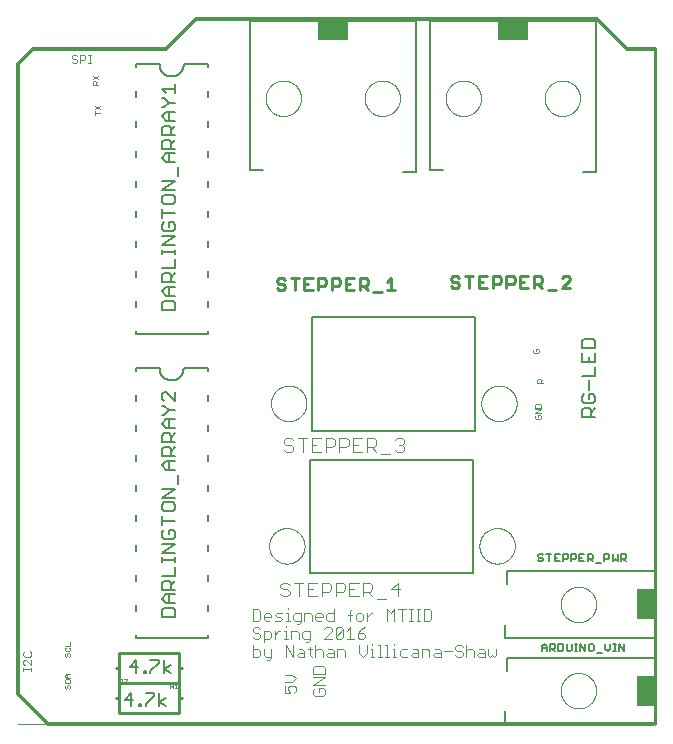
<source format=gto>
G75*
%MOIN*%
%OFA0B0*%
%FSLAX25Y25*%
%IPPOS*%
%LPD*%
%AMOC8*
5,1,8,0,0,1.08239X$1,22.5*
%
%ADD10C,0.00000*%
%ADD11C,0.00200*%
%ADD12C,0.01000*%
%ADD13C,0.01200*%
%ADD14C,0.00300*%
%ADD15C,0.00500*%
%ADD16C,0.00100*%
%ADD17C,0.00800*%
%ADD18R,0.09843X0.05906*%
%ADD19C,0.00900*%
%ADD20R,0.05906X0.09843*%
%ADD21C,0.00400*%
D10*
X0005000Y0005000D02*
X0015000Y0005000D01*
X0208701Y0005000D01*
X0185959Y0016250D02*
X0185961Y0016403D01*
X0185967Y0016557D01*
X0185977Y0016710D01*
X0185991Y0016862D01*
X0186009Y0017015D01*
X0186031Y0017166D01*
X0186056Y0017317D01*
X0186086Y0017468D01*
X0186120Y0017618D01*
X0186157Y0017766D01*
X0186198Y0017914D01*
X0186243Y0018060D01*
X0186292Y0018206D01*
X0186345Y0018350D01*
X0186401Y0018492D01*
X0186461Y0018633D01*
X0186525Y0018773D01*
X0186592Y0018911D01*
X0186663Y0019047D01*
X0186738Y0019181D01*
X0186815Y0019313D01*
X0186897Y0019443D01*
X0186981Y0019571D01*
X0187069Y0019697D01*
X0187160Y0019820D01*
X0187254Y0019941D01*
X0187352Y0020059D01*
X0187452Y0020175D01*
X0187556Y0020288D01*
X0187662Y0020399D01*
X0187771Y0020507D01*
X0187883Y0020612D01*
X0187997Y0020713D01*
X0188115Y0020812D01*
X0188234Y0020908D01*
X0188356Y0021001D01*
X0188481Y0021090D01*
X0188608Y0021177D01*
X0188737Y0021259D01*
X0188868Y0021339D01*
X0189001Y0021415D01*
X0189136Y0021488D01*
X0189273Y0021557D01*
X0189412Y0021622D01*
X0189552Y0021684D01*
X0189694Y0021742D01*
X0189837Y0021797D01*
X0189982Y0021848D01*
X0190128Y0021895D01*
X0190275Y0021938D01*
X0190423Y0021977D01*
X0190572Y0022013D01*
X0190722Y0022044D01*
X0190873Y0022072D01*
X0191024Y0022096D01*
X0191177Y0022116D01*
X0191329Y0022132D01*
X0191482Y0022144D01*
X0191635Y0022152D01*
X0191788Y0022156D01*
X0191942Y0022156D01*
X0192095Y0022152D01*
X0192248Y0022144D01*
X0192401Y0022132D01*
X0192553Y0022116D01*
X0192706Y0022096D01*
X0192857Y0022072D01*
X0193008Y0022044D01*
X0193158Y0022013D01*
X0193307Y0021977D01*
X0193455Y0021938D01*
X0193602Y0021895D01*
X0193748Y0021848D01*
X0193893Y0021797D01*
X0194036Y0021742D01*
X0194178Y0021684D01*
X0194318Y0021622D01*
X0194457Y0021557D01*
X0194594Y0021488D01*
X0194729Y0021415D01*
X0194862Y0021339D01*
X0194993Y0021259D01*
X0195122Y0021177D01*
X0195249Y0021090D01*
X0195374Y0021001D01*
X0195496Y0020908D01*
X0195615Y0020812D01*
X0195733Y0020713D01*
X0195847Y0020612D01*
X0195959Y0020507D01*
X0196068Y0020399D01*
X0196174Y0020288D01*
X0196278Y0020175D01*
X0196378Y0020059D01*
X0196476Y0019941D01*
X0196570Y0019820D01*
X0196661Y0019697D01*
X0196749Y0019571D01*
X0196833Y0019443D01*
X0196915Y0019313D01*
X0196992Y0019181D01*
X0197067Y0019047D01*
X0197138Y0018911D01*
X0197205Y0018773D01*
X0197269Y0018633D01*
X0197329Y0018492D01*
X0197385Y0018350D01*
X0197438Y0018206D01*
X0197487Y0018060D01*
X0197532Y0017914D01*
X0197573Y0017766D01*
X0197610Y0017618D01*
X0197644Y0017468D01*
X0197674Y0017317D01*
X0197699Y0017166D01*
X0197721Y0017015D01*
X0197739Y0016862D01*
X0197753Y0016710D01*
X0197763Y0016557D01*
X0197769Y0016403D01*
X0197771Y0016250D01*
X0197769Y0016097D01*
X0197763Y0015943D01*
X0197753Y0015790D01*
X0197739Y0015638D01*
X0197721Y0015485D01*
X0197699Y0015334D01*
X0197674Y0015183D01*
X0197644Y0015032D01*
X0197610Y0014882D01*
X0197573Y0014734D01*
X0197532Y0014586D01*
X0197487Y0014440D01*
X0197438Y0014294D01*
X0197385Y0014150D01*
X0197329Y0014008D01*
X0197269Y0013867D01*
X0197205Y0013727D01*
X0197138Y0013589D01*
X0197067Y0013453D01*
X0196992Y0013319D01*
X0196915Y0013187D01*
X0196833Y0013057D01*
X0196749Y0012929D01*
X0196661Y0012803D01*
X0196570Y0012680D01*
X0196476Y0012559D01*
X0196378Y0012441D01*
X0196278Y0012325D01*
X0196174Y0012212D01*
X0196068Y0012101D01*
X0195959Y0011993D01*
X0195847Y0011888D01*
X0195733Y0011787D01*
X0195615Y0011688D01*
X0195496Y0011592D01*
X0195374Y0011499D01*
X0195249Y0011410D01*
X0195122Y0011323D01*
X0194993Y0011241D01*
X0194862Y0011161D01*
X0194729Y0011085D01*
X0194594Y0011012D01*
X0194457Y0010943D01*
X0194318Y0010878D01*
X0194178Y0010816D01*
X0194036Y0010758D01*
X0193893Y0010703D01*
X0193748Y0010652D01*
X0193602Y0010605D01*
X0193455Y0010562D01*
X0193307Y0010523D01*
X0193158Y0010487D01*
X0193008Y0010456D01*
X0192857Y0010428D01*
X0192706Y0010404D01*
X0192553Y0010384D01*
X0192401Y0010368D01*
X0192248Y0010356D01*
X0192095Y0010348D01*
X0191942Y0010344D01*
X0191788Y0010344D01*
X0191635Y0010348D01*
X0191482Y0010356D01*
X0191329Y0010368D01*
X0191177Y0010384D01*
X0191024Y0010404D01*
X0190873Y0010428D01*
X0190722Y0010456D01*
X0190572Y0010487D01*
X0190423Y0010523D01*
X0190275Y0010562D01*
X0190128Y0010605D01*
X0189982Y0010652D01*
X0189837Y0010703D01*
X0189694Y0010758D01*
X0189552Y0010816D01*
X0189412Y0010878D01*
X0189273Y0010943D01*
X0189136Y0011012D01*
X0189001Y0011085D01*
X0188868Y0011161D01*
X0188737Y0011241D01*
X0188608Y0011323D01*
X0188481Y0011410D01*
X0188356Y0011499D01*
X0188234Y0011592D01*
X0188115Y0011688D01*
X0187997Y0011787D01*
X0187883Y0011888D01*
X0187771Y0011993D01*
X0187662Y0012101D01*
X0187556Y0012212D01*
X0187452Y0012325D01*
X0187352Y0012441D01*
X0187254Y0012559D01*
X0187160Y0012680D01*
X0187069Y0012803D01*
X0186981Y0012929D01*
X0186897Y0013057D01*
X0186815Y0013187D01*
X0186738Y0013319D01*
X0186663Y0013453D01*
X0186592Y0013589D01*
X0186525Y0013727D01*
X0186461Y0013867D01*
X0186401Y0014008D01*
X0186345Y0014150D01*
X0186292Y0014294D01*
X0186243Y0014440D01*
X0186198Y0014586D01*
X0186157Y0014734D01*
X0186120Y0014882D01*
X0186086Y0015032D01*
X0186056Y0015183D01*
X0186031Y0015334D01*
X0186009Y0015485D01*
X0185991Y0015638D01*
X0185977Y0015790D01*
X0185967Y0015943D01*
X0185961Y0016097D01*
X0185959Y0016250D01*
X0185959Y0045000D02*
X0185961Y0045153D01*
X0185967Y0045307D01*
X0185977Y0045460D01*
X0185991Y0045612D01*
X0186009Y0045765D01*
X0186031Y0045916D01*
X0186056Y0046067D01*
X0186086Y0046218D01*
X0186120Y0046368D01*
X0186157Y0046516D01*
X0186198Y0046664D01*
X0186243Y0046810D01*
X0186292Y0046956D01*
X0186345Y0047100D01*
X0186401Y0047242D01*
X0186461Y0047383D01*
X0186525Y0047523D01*
X0186592Y0047661D01*
X0186663Y0047797D01*
X0186738Y0047931D01*
X0186815Y0048063D01*
X0186897Y0048193D01*
X0186981Y0048321D01*
X0187069Y0048447D01*
X0187160Y0048570D01*
X0187254Y0048691D01*
X0187352Y0048809D01*
X0187452Y0048925D01*
X0187556Y0049038D01*
X0187662Y0049149D01*
X0187771Y0049257D01*
X0187883Y0049362D01*
X0187997Y0049463D01*
X0188115Y0049562D01*
X0188234Y0049658D01*
X0188356Y0049751D01*
X0188481Y0049840D01*
X0188608Y0049927D01*
X0188737Y0050009D01*
X0188868Y0050089D01*
X0189001Y0050165D01*
X0189136Y0050238D01*
X0189273Y0050307D01*
X0189412Y0050372D01*
X0189552Y0050434D01*
X0189694Y0050492D01*
X0189837Y0050547D01*
X0189982Y0050598D01*
X0190128Y0050645D01*
X0190275Y0050688D01*
X0190423Y0050727D01*
X0190572Y0050763D01*
X0190722Y0050794D01*
X0190873Y0050822D01*
X0191024Y0050846D01*
X0191177Y0050866D01*
X0191329Y0050882D01*
X0191482Y0050894D01*
X0191635Y0050902D01*
X0191788Y0050906D01*
X0191942Y0050906D01*
X0192095Y0050902D01*
X0192248Y0050894D01*
X0192401Y0050882D01*
X0192553Y0050866D01*
X0192706Y0050846D01*
X0192857Y0050822D01*
X0193008Y0050794D01*
X0193158Y0050763D01*
X0193307Y0050727D01*
X0193455Y0050688D01*
X0193602Y0050645D01*
X0193748Y0050598D01*
X0193893Y0050547D01*
X0194036Y0050492D01*
X0194178Y0050434D01*
X0194318Y0050372D01*
X0194457Y0050307D01*
X0194594Y0050238D01*
X0194729Y0050165D01*
X0194862Y0050089D01*
X0194993Y0050009D01*
X0195122Y0049927D01*
X0195249Y0049840D01*
X0195374Y0049751D01*
X0195496Y0049658D01*
X0195615Y0049562D01*
X0195733Y0049463D01*
X0195847Y0049362D01*
X0195959Y0049257D01*
X0196068Y0049149D01*
X0196174Y0049038D01*
X0196278Y0048925D01*
X0196378Y0048809D01*
X0196476Y0048691D01*
X0196570Y0048570D01*
X0196661Y0048447D01*
X0196749Y0048321D01*
X0196833Y0048193D01*
X0196915Y0048063D01*
X0196992Y0047931D01*
X0197067Y0047797D01*
X0197138Y0047661D01*
X0197205Y0047523D01*
X0197269Y0047383D01*
X0197329Y0047242D01*
X0197385Y0047100D01*
X0197438Y0046956D01*
X0197487Y0046810D01*
X0197532Y0046664D01*
X0197573Y0046516D01*
X0197610Y0046368D01*
X0197644Y0046218D01*
X0197674Y0046067D01*
X0197699Y0045916D01*
X0197721Y0045765D01*
X0197739Y0045612D01*
X0197753Y0045460D01*
X0197763Y0045307D01*
X0197769Y0045153D01*
X0197771Y0045000D01*
X0197769Y0044847D01*
X0197763Y0044693D01*
X0197753Y0044540D01*
X0197739Y0044388D01*
X0197721Y0044235D01*
X0197699Y0044084D01*
X0197674Y0043933D01*
X0197644Y0043782D01*
X0197610Y0043632D01*
X0197573Y0043484D01*
X0197532Y0043336D01*
X0197487Y0043190D01*
X0197438Y0043044D01*
X0197385Y0042900D01*
X0197329Y0042758D01*
X0197269Y0042617D01*
X0197205Y0042477D01*
X0197138Y0042339D01*
X0197067Y0042203D01*
X0196992Y0042069D01*
X0196915Y0041937D01*
X0196833Y0041807D01*
X0196749Y0041679D01*
X0196661Y0041553D01*
X0196570Y0041430D01*
X0196476Y0041309D01*
X0196378Y0041191D01*
X0196278Y0041075D01*
X0196174Y0040962D01*
X0196068Y0040851D01*
X0195959Y0040743D01*
X0195847Y0040638D01*
X0195733Y0040537D01*
X0195615Y0040438D01*
X0195496Y0040342D01*
X0195374Y0040249D01*
X0195249Y0040160D01*
X0195122Y0040073D01*
X0194993Y0039991D01*
X0194862Y0039911D01*
X0194729Y0039835D01*
X0194594Y0039762D01*
X0194457Y0039693D01*
X0194318Y0039628D01*
X0194178Y0039566D01*
X0194036Y0039508D01*
X0193893Y0039453D01*
X0193748Y0039402D01*
X0193602Y0039355D01*
X0193455Y0039312D01*
X0193307Y0039273D01*
X0193158Y0039237D01*
X0193008Y0039206D01*
X0192857Y0039178D01*
X0192706Y0039154D01*
X0192553Y0039134D01*
X0192401Y0039118D01*
X0192248Y0039106D01*
X0192095Y0039098D01*
X0191942Y0039094D01*
X0191788Y0039094D01*
X0191635Y0039098D01*
X0191482Y0039106D01*
X0191329Y0039118D01*
X0191177Y0039134D01*
X0191024Y0039154D01*
X0190873Y0039178D01*
X0190722Y0039206D01*
X0190572Y0039237D01*
X0190423Y0039273D01*
X0190275Y0039312D01*
X0190128Y0039355D01*
X0189982Y0039402D01*
X0189837Y0039453D01*
X0189694Y0039508D01*
X0189552Y0039566D01*
X0189412Y0039628D01*
X0189273Y0039693D01*
X0189136Y0039762D01*
X0189001Y0039835D01*
X0188868Y0039911D01*
X0188737Y0039991D01*
X0188608Y0040073D01*
X0188481Y0040160D01*
X0188356Y0040249D01*
X0188234Y0040342D01*
X0188115Y0040438D01*
X0187997Y0040537D01*
X0187883Y0040638D01*
X0187771Y0040743D01*
X0187662Y0040851D01*
X0187556Y0040962D01*
X0187452Y0041075D01*
X0187352Y0041191D01*
X0187254Y0041309D01*
X0187160Y0041430D01*
X0187069Y0041553D01*
X0186981Y0041679D01*
X0186897Y0041807D01*
X0186815Y0041937D01*
X0186738Y0042069D01*
X0186663Y0042203D01*
X0186592Y0042339D01*
X0186525Y0042477D01*
X0186461Y0042617D01*
X0186401Y0042758D01*
X0186345Y0042900D01*
X0186292Y0043044D01*
X0186243Y0043190D01*
X0186198Y0043336D01*
X0186157Y0043484D01*
X0186120Y0043632D01*
X0186086Y0043782D01*
X0186056Y0043933D01*
X0186031Y0044084D01*
X0186009Y0044235D01*
X0185991Y0044388D01*
X0185977Y0044540D01*
X0185967Y0044693D01*
X0185961Y0044847D01*
X0185959Y0045000D01*
X0158848Y0064532D02*
X0158850Y0064685D01*
X0158856Y0064839D01*
X0158866Y0064992D01*
X0158880Y0065144D01*
X0158898Y0065297D01*
X0158920Y0065448D01*
X0158945Y0065599D01*
X0158975Y0065750D01*
X0159009Y0065900D01*
X0159046Y0066048D01*
X0159087Y0066196D01*
X0159132Y0066342D01*
X0159181Y0066488D01*
X0159234Y0066632D01*
X0159290Y0066774D01*
X0159350Y0066915D01*
X0159414Y0067055D01*
X0159481Y0067193D01*
X0159552Y0067329D01*
X0159627Y0067463D01*
X0159704Y0067595D01*
X0159786Y0067725D01*
X0159870Y0067853D01*
X0159958Y0067979D01*
X0160049Y0068102D01*
X0160143Y0068223D01*
X0160241Y0068341D01*
X0160341Y0068457D01*
X0160445Y0068570D01*
X0160551Y0068681D01*
X0160660Y0068789D01*
X0160772Y0068894D01*
X0160886Y0068995D01*
X0161004Y0069094D01*
X0161123Y0069190D01*
X0161245Y0069283D01*
X0161370Y0069372D01*
X0161497Y0069459D01*
X0161626Y0069541D01*
X0161757Y0069621D01*
X0161890Y0069697D01*
X0162025Y0069770D01*
X0162162Y0069839D01*
X0162301Y0069904D01*
X0162441Y0069966D01*
X0162583Y0070024D01*
X0162726Y0070079D01*
X0162871Y0070130D01*
X0163017Y0070177D01*
X0163164Y0070220D01*
X0163312Y0070259D01*
X0163461Y0070295D01*
X0163611Y0070326D01*
X0163762Y0070354D01*
X0163913Y0070378D01*
X0164066Y0070398D01*
X0164218Y0070414D01*
X0164371Y0070426D01*
X0164524Y0070434D01*
X0164677Y0070438D01*
X0164831Y0070438D01*
X0164984Y0070434D01*
X0165137Y0070426D01*
X0165290Y0070414D01*
X0165442Y0070398D01*
X0165595Y0070378D01*
X0165746Y0070354D01*
X0165897Y0070326D01*
X0166047Y0070295D01*
X0166196Y0070259D01*
X0166344Y0070220D01*
X0166491Y0070177D01*
X0166637Y0070130D01*
X0166782Y0070079D01*
X0166925Y0070024D01*
X0167067Y0069966D01*
X0167207Y0069904D01*
X0167346Y0069839D01*
X0167483Y0069770D01*
X0167618Y0069697D01*
X0167751Y0069621D01*
X0167882Y0069541D01*
X0168011Y0069459D01*
X0168138Y0069372D01*
X0168263Y0069283D01*
X0168385Y0069190D01*
X0168504Y0069094D01*
X0168622Y0068995D01*
X0168736Y0068894D01*
X0168848Y0068789D01*
X0168957Y0068681D01*
X0169063Y0068570D01*
X0169167Y0068457D01*
X0169267Y0068341D01*
X0169365Y0068223D01*
X0169459Y0068102D01*
X0169550Y0067979D01*
X0169638Y0067853D01*
X0169722Y0067725D01*
X0169804Y0067595D01*
X0169881Y0067463D01*
X0169956Y0067329D01*
X0170027Y0067193D01*
X0170094Y0067055D01*
X0170158Y0066915D01*
X0170218Y0066774D01*
X0170274Y0066632D01*
X0170327Y0066488D01*
X0170376Y0066342D01*
X0170421Y0066196D01*
X0170462Y0066048D01*
X0170499Y0065900D01*
X0170533Y0065750D01*
X0170563Y0065599D01*
X0170588Y0065448D01*
X0170610Y0065297D01*
X0170628Y0065144D01*
X0170642Y0064992D01*
X0170652Y0064839D01*
X0170658Y0064685D01*
X0170660Y0064532D01*
X0170658Y0064379D01*
X0170652Y0064225D01*
X0170642Y0064072D01*
X0170628Y0063920D01*
X0170610Y0063767D01*
X0170588Y0063616D01*
X0170563Y0063465D01*
X0170533Y0063314D01*
X0170499Y0063164D01*
X0170462Y0063016D01*
X0170421Y0062868D01*
X0170376Y0062722D01*
X0170327Y0062576D01*
X0170274Y0062432D01*
X0170218Y0062290D01*
X0170158Y0062149D01*
X0170094Y0062009D01*
X0170027Y0061871D01*
X0169956Y0061735D01*
X0169881Y0061601D01*
X0169804Y0061469D01*
X0169722Y0061339D01*
X0169638Y0061211D01*
X0169550Y0061085D01*
X0169459Y0060962D01*
X0169365Y0060841D01*
X0169267Y0060723D01*
X0169167Y0060607D01*
X0169063Y0060494D01*
X0168957Y0060383D01*
X0168848Y0060275D01*
X0168736Y0060170D01*
X0168622Y0060069D01*
X0168504Y0059970D01*
X0168385Y0059874D01*
X0168263Y0059781D01*
X0168138Y0059692D01*
X0168011Y0059605D01*
X0167882Y0059523D01*
X0167751Y0059443D01*
X0167618Y0059367D01*
X0167483Y0059294D01*
X0167346Y0059225D01*
X0167207Y0059160D01*
X0167067Y0059098D01*
X0166925Y0059040D01*
X0166782Y0058985D01*
X0166637Y0058934D01*
X0166491Y0058887D01*
X0166344Y0058844D01*
X0166196Y0058805D01*
X0166047Y0058769D01*
X0165897Y0058738D01*
X0165746Y0058710D01*
X0165595Y0058686D01*
X0165442Y0058666D01*
X0165290Y0058650D01*
X0165137Y0058638D01*
X0164984Y0058630D01*
X0164831Y0058626D01*
X0164677Y0058626D01*
X0164524Y0058630D01*
X0164371Y0058638D01*
X0164218Y0058650D01*
X0164066Y0058666D01*
X0163913Y0058686D01*
X0163762Y0058710D01*
X0163611Y0058738D01*
X0163461Y0058769D01*
X0163312Y0058805D01*
X0163164Y0058844D01*
X0163017Y0058887D01*
X0162871Y0058934D01*
X0162726Y0058985D01*
X0162583Y0059040D01*
X0162441Y0059098D01*
X0162301Y0059160D01*
X0162162Y0059225D01*
X0162025Y0059294D01*
X0161890Y0059367D01*
X0161757Y0059443D01*
X0161626Y0059523D01*
X0161497Y0059605D01*
X0161370Y0059692D01*
X0161245Y0059781D01*
X0161123Y0059874D01*
X0161004Y0059970D01*
X0160886Y0060069D01*
X0160772Y0060170D01*
X0160660Y0060275D01*
X0160551Y0060383D01*
X0160445Y0060494D01*
X0160341Y0060607D01*
X0160241Y0060723D01*
X0160143Y0060841D01*
X0160049Y0060962D01*
X0159958Y0061085D01*
X0159870Y0061211D01*
X0159786Y0061339D01*
X0159704Y0061469D01*
X0159627Y0061601D01*
X0159552Y0061735D01*
X0159481Y0061871D01*
X0159414Y0062009D01*
X0159350Y0062149D01*
X0159290Y0062290D01*
X0159234Y0062432D01*
X0159181Y0062576D01*
X0159132Y0062722D01*
X0159087Y0062868D01*
X0159046Y0063016D01*
X0159009Y0063164D01*
X0158975Y0063314D01*
X0158945Y0063465D01*
X0158920Y0063616D01*
X0158898Y0063767D01*
X0158880Y0063920D01*
X0158866Y0064072D01*
X0158856Y0064225D01*
X0158850Y0064379D01*
X0158848Y0064532D01*
X0159473Y0112032D02*
X0159475Y0112185D01*
X0159481Y0112339D01*
X0159491Y0112492D01*
X0159505Y0112644D01*
X0159523Y0112797D01*
X0159545Y0112948D01*
X0159570Y0113099D01*
X0159600Y0113250D01*
X0159634Y0113400D01*
X0159671Y0113548D01*
X0159712Y0113696D01*
X0159757Y0113842D01*
X0159806Y0113988D01*
X0159859Y0114132D01*
X0159915Y0114274D01*
X0159975Y0114415D01*
X0160039Y0114555D01*
X0160106Y0114693D01*
X0160177Y0114829D01*
X0160252Y0114963D01*
X0160329Y0115095D01*
X0160411Y0115225D01*
X0160495Y0115353D01*
X0160583Y0115479D01*
X0160674Y0115602D01*
X0160768Y0115723D01*
X0160866Y0115841D01*
X0160966Y0115957D01*
X0161070Y0116070D01*
X0161176Y0116181D01*
X0161285Y0116289D01*
X0161397Y0116394D01*
X0161511Y0116495D01*
X0161629Y0116594D01*
X0161748Y0116690D01*
X0161870Y0116783D01*
X0161995Y0116872D01*
X0162122Y0116959D01*
X0162251Y0117041D01*
X0162382Y0117121D01*
X0162515Y0117197D01*
X0162650Y0117270D01*
X0162787Y0117339D01*
X0162926Y0117404D01*
X0163066Y0117466D01*
X0163208Y0117524D01*
X0163351Y0117579D01*
X0163496Y0117630D01*
X0163642Y0117677D01*
X0163789Y0117720D01*
X0163937Y0117759D01*
X0164086Y0117795D01*
X0164236Y0117826D01*
X0164387Y0117854D01*
X0164538Y0117878D01*
X0164691Y0117898D01*
X0164843Y0117914D01*
X0164996Y0117926D01*
X0165149Y0117934D01*
X0165302Y0117938D01*
X0165456Y0117938D01*
X0165609Y0117934D01*
X0165762Y0117926D01*
X0165915Y0117914D01*
X0166067Y0117898D01*
X0166220Y0117878D01*
X0166371Y0117854D01*
X0166522Y0117826D01*
X0166672Y0117795D01*
X0166821Y0117759D01*
X0166969Y0117720D01*
X0167116Y0117677D01*
X0167262Y0117630D01*
X0167407Y0117579D01*
X0167550Y0117524D01*
X0167692Y0117466D01*
X0167832Y0117404D01*
X0167971Y0117339D01*
X0168108Y0117270D01*
X0168243Y0117197D01*
X0168376Y0117121D01*
X0168507Y0117041D01*
X0168636Y0116959D01*
X0168763Y0116872D01*
X0168888Y0116783D01*
X0169010Y0116690D01*
X0169129Y0116594D01*
X0169247Y0116495D01*
X0169361Y0116394D01*
X0169473Y0116289D01*
X0169582Y0116181D01*
X0169688Y0116070D01*
X0169792Y0115957D01*
X0169892Y0115841D01*
X0169990Y0115723D01*
X0170084Y0115602D01*
X0170175Y0115479D01*
X0170263Y0115353D01*
X0170347Y0115225D01*
X0170429Y0115095D01*
X0170506Y0114963D01*
X0170581Y0114829D01*
X0170652Y0114693D01*
X0170719Y0114555D01*
X0170783Y0114415D01*
X0170843Y0114274D01*
X0170899Y0114132D01*
X0170952Y0113988D01*
X0171001Y0113842D01*
X0171046Y0113696D01*
X0171087Y0113548D01*
X0171124Y0113400D01*
X0171158Y0113250D01*
X0171188Y0113099D01*
X0171213Y0112948D01*
X0171235Y0112797D01*
X0171253Y0112644D01*
X0171267Y0112492D01*
X0171277Y0112339D01*
X0171283Y0112185D01*
X0171285Y0112032D01*
X0171283Y0111879D01*
X0171277Y0111725D01*
X0171267Y0111572D01*
X0171253Y0111420D01*
X0171235Y0111267D01*
X0171213Y0111116D01*
X0171188Y0110965D01*
X0171158Y0110814D01*
X0171124Y0110664D01*
X0171087Y0110516D01*
X0171046Y0110368D01*
X0171001Y0110222D01*
X0170952Y0110076D01*
X0170899Y0109932D01*
X0170843Y0109790D01*
X0170783Y0109649D01*
X0170719Y0109509D01*
X0170652Y0109371D01*
X0170581Y0109235D01*
X0170506Y0109101D01*
X0170429Y0108969D01*
X0170347Y0108839D01*
X0170263Y0108711D01*
X0170175Y0108585D01*
X0170084Y0108462D01*
X0169990Y0108341D01*
X0169892Y0108223D01*
X0169792Y0108107D01*
X0169688Y0107994D01*
X0169582Y0107883D01*
X0169473Y0107775D01*
X0169361Y0107670D01*
X0169247Y0107569D01*
X0169129Y0107470D01*
X0169010Y0107374D01*
X0168888Y0107281D01*
X0168763Y0107192D01*
X0168636Y0107105D01*
X0168507Y0107023D01*
X0168376Y0106943D01*
X0168243Y0106867D01*
X0168108Y0106794D01*
X0167971Y0106725D01*
X0167832Y0106660D01*
X0167692Y0106598D01*
X0167550Y0106540D01*
X0167407Y0106485D01*
X0167262Y0106434D01*
X0167116Y0106387D01*
X0166969Y0106344D01*
X0166821Y0106305D01*
X0166672Y0106269D01*
X0166522Y0106238D01*
X0166371Y0106210D01*
X0166220Y0106186D01*
X0166067Y0106166D01*
X0165915Y0106150D01*
X0165762Y0106138D01*
X0165609Y0106130D01*
X0165456Y0106126D01*
X0165302Y0106126D01*
X0165149Y0106130D01*
X0164996Y0106138D01*
X0164843Y0106150D01*
X0164691Y0106166D01*
X0164538Y0106186D01*
X0164387Y0106210D01*
X0164236Y0106238D01*
X0164086Y0106269D01*
X0163937Y0106305D01*
X0163789Y0106344D01*
X0163642Y0106387D01*
X0163496Y0106434D01*
X0163351Y0106485D01*
X0163208Y0106540D01*
X0163066Y0106598D01*
X0162926Y0106660D01*
X0162787Y0106725D01*
X0162650Y0106794D01*
X0162515Y0106867D01*
X0162382Y0106943D01*
X0162251Y0107023D01*
X0162122Y0107105D01*
X0161995Y0107192D01*
X0161870Y0107281D01*
X0161748Y0107374D01*
X0161629Y0107470D01*
X0161511Y0107569D01*
X0161397Y0107670D01*
X0161285Y0107775D01*
X0161176Y0107883D01*
X0161070Y0107994D01*
X0160966Y0108107D01*
X0160866Y0108223D01*
X0160768Y0108341D01*
X0160674Y0108462D01*
X0160583Y0108585D01*
X0160495Y0108711D01*
X0160411Y0108839D01*
X0160329Y0108969D01*
X0160252Y0109101D01*
X0160177Y0109235D01*
X0160106Y0109371D01*
X0160039Y0109509D01*
X0159975Y0109649D01*
X0159915Y0109790D01*
X0159859Y0109932D01*
X0159806Y0110076D01*
X0159757Y0110222D01*
X0159712Y0110368D01*
X0159671Y0110516D01*
X0159634Y0110664D01*
X0159600Y0110814D01*
X0159570Y0110965D01*
X0159545Y0111116D01*
X0159523Y0111267D01*
X0159505Y0111420D01*
X0159491Y0111572D01*
X0159481Y0111725D01*
X0159475Y0111879D01*
X0159473Y0112032D01*
X0089394Y0112032D02*
X0089396Y0112185D01*
X0089402Y0112339D01*
X0089412Y0112492D01*
X0089426Y0112644D01*
X0089444Y0112797D01*
X0089466Y0112948D01*
X0089491Y0113099D01*
X0089521Y0113250D01*
X0089555Y0113400D01*
X0089592Y0113548D01*
X0089633Y0113696D01*
X0089678Y0113842D01*
X0089727Y0113988D01*
X0089780Y0114132D01*
X0089836Y0114274D01*
X0089896Y0114415D01*
X0089960Y0114555D01*
X0090027Y0114693D01*
X0090098Y0114829D01*
X0090173Y0114963D01*
X0090250Y0115095D01*
X0090332Y0115225D01*
X0090416Y0115353D01*
X0090504Y0115479D01*
X0090595Y0115602D01*
X0090689Y0115723D01*
X0090787Y0115841D01*
X0090887Y0115957D01*
X0090991Y0116070D01*
X0091097Y0116181D01*
X0091206Y0116289D01*
X0091318Y0116394D01*
X0091432Y0116495D01*
X0091550Y0116594D01*
X0091669Y0116690D01*
X0091791Y0116783D01*
X0091916Y0116872D01*
X0092043Y0116959D01*
X0092172Y0117041D01*
X0092303Y0117121D01*
X0092436Y0117197D01*
X0092571Y0117270D01*
X0092708Y0117339D01*
X0092847Y0117404D01*
X0092987Y0117466D01*
X0093129Y0117524D01*
X0093272Y0117579D01*
X0093417Y0117630D01*
X0093563Y0117677D01*
X0093710Y0117720D01*
X0093858Y0117759D01*
X0094007Y0117795D01*
X0094157Y0117826D01*
X0094308Y0117854D01*
X0094459Y0117878D01*
X0094612Y0117898D01*
X0094764Y0117914D01*
X0094917Y0117926D01*
X0095070Y0117934D01*
X0095223Y0117938D01*
X0095377Y0117938D01*
X0095530Y0117934D01*
X0095683Y0117926D01*
X0095836Y0117914D01*
X0095988Y0117898D01*
X0096141Y0117878D01*
X0096292Y0117854D01*
X0096443Y0117826D01*
X0096593Y0117795D01*
X0096742Y0117759D01*
X0096890Y0117720D01*
X0097037Y0117677D01*
X0097183Y0117630D01*
X0097328Y0117579D01*
X0097471Y0117524D01*
X0097613Y0117466D01*
X0097753Y0117404D01*
X0097892Y0117339D01*
X0098029Y0117270D01*
X0098164Y0117197D01*
X0098297Y0117121D01*
X0098428Y0117041D01*
X0098557Y0116959D01*
X0098684Y0116872D01*
X0098809Y0116783D01*
X0098931Y0116690D01*
X0099050Y0116594D01*
X0099168Y0116495D01*
X0099282Y0116394D01*
X0099394Y0116289D01*
X0099503Y0116181D01*
X0099609Y0116070D01*
X0099713Y0115957D01*
X0099813Y0115841D01*
X0099911Y0115723D01*
X0100005Y0115602D01*
X0100096Y0115479D01*
X0100184Y0115353D01*
X0100268Y0115225D01*
X0100350Y0115095D01*
X0100427Y0114963D01*
X0100502Y0114829D01*
X0100573Y0114693D01*
X0100640Y0114555D01*
X0100704Y0114415D01*
X0100764Y0114274D01*
X0100820Y0114132D01*
X0100873Y0113988D01*
X0100922Y0113842D01*
X0100967Y0113696D01*
X0101008Y0113548D01*
X0101045Y0113400D01*
X0101079Y0113250D01*
X0101109Y0113099D01*
X0101134Y0112948D01*
X0101156Y0112797D01*
X0101174Y0112644D01*
X0101188Y0112492D01*
X0101198Y0112339D01*
X0101204Y0112185D01*
X0101206Y0112032D01*
X0101204Y0111879D01*
X0101198Y0111725D01*
X0101188Y0111572D01*
X0101174Y0111420D01*
X0101156Y0111267D01*
X0101134Y0111116D01*
X0101109Y0110965D01*
X0101079Y0110814D01*
X0101045Y0110664D01*
X0101008Y0110516D01*
X0100967Y0110368D01*
X0100922Y0110222D01*
X0100873Y0110076D01*
X0100820Y0109932D01*
X0100764Y0109790D01*
X0100704Y0109649D01*
X0100640Y0109509D01*
X0100573Y0109371D01*
X0100502Y0109235D01*
X0100427Y0109101D01*
X0100350Y0108969D01*
X0100268Y0108839D01*
X0100184Y0108711D01*
X0100096Y0108585D01*
X0100005Y0108462D01*
X0099911Y0108341D01*
X0099813Y0108223D01*
X0099713Y0108107D01*
X0099609Y0107994D01*
X0099503Y0107883D01*
X0099394Y0107775D01*
X0099282Y0107670D01*
X0099168Y0107569D01*
X0099050Y0107470D01*
X0098931Y0107374D01*
X0098809Y0107281D01*
X0098684Y0107192D01*
X0098557Y0107105D01*
X0098428Y0107023D01*
X0098297Y0106943D01*
X0098164Y0106867D01*
X0098029Y0106794D01*
X0097892Y0106725D01*
X0097753Y0106660D01*
X0097613Y0106598D01*
X0097471Y0106540D01*
X0097328Y0106485D01*
X0097183Y0106434D01*
X0097037Y0106387D01*
X0096890Y0106344D01*
X0096742Y0106305D01*
X0096593Y0106269D01*
X0096443Y0106238D01*
X0096292Y0106210D01*
X0096141Y0106186D01*
X0095988Y0106166D01*
X0095836Y0106150D01*
X0095683Y0106138D01*
X0095530Y0106130D01*
X0095377Y0106126D01*
X0095223Y0106126D01*
X0095070Y0106130D01*
X0094917Y0106138D01*
X0094764Y0106150D01*
X0094612Y0106166D01*
X0094459Y0106186D01*
X0094308Y0106210D01*
X0094157Y0106238D01*
X0094007Y0106269D01*
X0093858Y0106305D01*
X0093710Y0106344D01*
X0093563Y0106387D01*
X0093417Y0106434D01*
X0093272Y0106485D01*
X0093129Y0106540D01*
X0092987Y0106598D01*
X0092847Y0106660D01*
X0092708Y0106725D01*
X0092571Y0106794D01*
X0092436Y0106867D01*
X0092303Y0106943D01*
X0092172Y0107023D01*
X0092043Y0107105D01*
X0091916Y0107192D01*
X0091791Y0107281D01*
X0091669Y0107374D01*
X0091550Y0107470D01*
X0091432Y0107569D01*
X0091318Y0107670D01*
X0091206Y0107775D01*
X0091097Y0107883D01*
X0090991Y0107994D01*
X0090887Y0108107D01*
X0090787Y0108223D01*
X0090689Y0108341D01*
X0090595Y0108462D01*
X0090504Y0108585D01*
X0090416Y0108711D01*
X0090332Y0108839D01*
X0090250Y0108969D01*
X0090173Y0109101D01*
X0090098Y0109235D01*
X0090027Y0109371D01*
X0089960Y0109509D01*
X0089896Y0109649D01*
X0089836Y0109790D01*
X0089780Y0109932D01*
X0089727Y0110076D01*
X0089678Y0110222D01*
X0089633Y0110368D01*
X0089592Y0110516D01*
X0089555Y0110664D01*
X0089521Y0110814D01*
X0089491Y0110965D01*
X0089466Y0111116D01*
X0089444Y0111267D01*
X0089426Y0111420D01*
X0089412Y0111572D01*
X0089402Y0111725D01*
X0089396Y0111879D01*
X0089394Y0112032D01*
X0088769Y0064532D02*
X0088771Y0064685D01*
X0088777Y0064839D01*
X0088787Y0064992D01*
X0088801Y0065144D01*
X0088819Y0065297D01*
X0088841Y0065448D01*
X0088866Y0065599D01*
X0088896Y0065750D01*
X0088930Y0065900D01*
X0088967Y0066048D01*
X0089008Y0066196D01*
X0089053Y0066342D01*
X0089102Y0066488D01*
X0089155Y0066632D01*
X0089211Y0066774D01*
X0089271Y0066915D01*
X0089335Y0067055D01*
X0089402Y0067193D01*
X0089473Y0067329D01*
X0089548Y0067463D01*
X0089625Y0067595D01*
X0089707Y0067725D01*
X0089791Y0067853D01*
X0089879Y0067979D01*
X0089970Y0068102D01*
X0090064Y0068223D01*
X0090162Y0068341D01*
X0090262Y0068457D01*
X0090366Y0068570D01*
X0090472Y0068681D01*
X0090581Y0068789D01*
X0090693Y0068894D01*
X0090807Y0068995D01*
X0090925Y0069094D01*
X0091044Y0069190D01*
X0091166Y0069283D01*
X0091291Y0069372D01*
X0091418Y0069459D01*
X0091547Y0069541D01*
X0091678Y0069621D01*
X0091811Y0069697D01*
X0091946Y0069770D01*
X0092083Y0069839D01*
X0092222Y0069904D01*
X0092362Y0069966D01*
X0092504Y0070024D01*
X0092647Y0070079D01*
X0092792Y0070130D01*
X0092938Y0070177D01*
X0093085Y0070220D01*
X0093233Y0070259D01*
X0093382Y0070295D01*
X0093532Y0070326D01*
X0093683Y0070354D01*
X0093834Y0070378D01*
X0093987Y0070398D01*
X0094139Y0070414D01*
X0094292Y0070426D01*
X0094445Y0070434D01*
X0094598Y0070438D01*
X0094752Y0070438D01*
X0094905Y0070434D01*
X0095058Y0070426D01*
X0095211Y0070414D01*
X0095363Y0070398D01*
X0095516Y0070378D01*
X0095667Y0070354D01*
X0095818Y0070326D01*
X0095968Y0070295D01*
X0096117Y0070259D01*
X0096265Y0070220D01*
X0096412Y0070177D01*
X0096558Y0070130D01*
X0096703Y0070079D01*
X0096846Y0070024D01*
X0096988Y0069966D01*
X0097128Y0069904D01*
X0097267Y0069839D01*
X0097404Y0069770D01*
X0097539Y0069697D01*
X0097672Y0069621D01*
X0097803Y0069541D01*
X0097932Y0069459D01*
X0098059Y0069372D01*
X0098184Y0069283D01*
X0098306Y0069190D01*
X0098425Y0069094D01*
X0098543Y0068995D01*
X0098657Y0068894D01*
X0098769Y0068789D01*
X0098878Y0068681D01*
X0098984Y0068570D01*
X0099088Y0068457D01*
X0099188Y0068341D01*
X0099286Y0068223D01*
X0099380Y0068102D01*
X0099471Y0067979D01*
X0099559Y0067853D01*
X0099643Y0067725D01*
X0099725Y0067595D01*
X0099802Y0067463D01*
X0099877Y0067329D01*
X0099948Y0067193D01*
X0100015Y0067055D01*
X0100079Y0066915D01*
X0100139Y0066774D01*
X0100195Y0066632D01*
X0100248Y0066488D01*
X0100297Y0066342D01*
X0100342Y0066196D01*
X0100383Y0066048D01*
X0100420Y0065900D01*
X0100454Y0065750D01*
X0100484Y0065599D01*
X0100509Y0065448D01*
X0100531Y0065297D01*
X0100549Y0065144D01*
X0100563Y0064992D01*
X0100573Y0064839D01*
X0100579Y0064685D01*
X0100581Y0064532D01*
X0100579Y0064379D01*
X0100573Y0064225D01*
X0100563Y0064072D01*
X0100549Y0063920D01*
X0100531Y0063767D01*
X0100509Y0063616D01*
X0100484Y0063465D01*
X0100454Y0063314D01*
X0100420Y0063164D01*
X0100383Y0063016D01*
X0100342Y0062868D01*
X0100297Y0062722D01*
X0100248Y0062576D01*
X0100195Y0062432D01*
X0100139Y0062290D01*
X0100079Y0062149D01*
X0100015Y0062009D01*
X0099948Y0061871D01*
X0099877Y0061735D01*
X0099802Y0061601D01*
X0099725Y0061469D01*
X0099643Y0061339D01*
X0099559Y0061211D01*
X0099471Y0061085D01*
X0099380Y0060962D01*
X0099286Y0060841D01*
X0099188Y0060723D01*
X0099088Y0060607D01*
X0098984Y0060494D01*
X0098878Y0060383D01*
X0098769Y0060275D01*
X0098657Y0060170D01*
X0098543Y0060069D01*
X0098425Y0059970D01*
X0098306Y0059874D01*
X0098184Y0059781D01*
X0098059Y0059692D01*
X0097932Y0059605D01*
X0097803Y0059523D01*
X0097672Y0059443D01*
X0097539Y0059367D01*
X0097404Y0059294D01*
X0097267Y0059225D01*
X0097128Y0059160D01*
X0096988Y0059098D01*
X0096846Y0059040D01*
X0096703Y0058985D01*
X0096558Y0058934D01*
X0096412Y0058887D01*
X0096265Y0058844D01*
X0096117Y0058805D01*
X0095968Y0058769D01*
X0095818Y0058738D01*
X0095667Y0058710D01*
X0095516Y0058686D01*
X0095363Y0058666D01*
X0095211Y0058650D01*
X0095058Y0058638D01*
X0094905Y0058630D01*
X0094752Y0058626D01*
X0094598Y0058626D01*
X0094445Y0058630D01*
X0094292Y0058638D01*
X0094139Y0058650D01*
X0093987Y0058666D01*
X0093834Y0058686D01*
X0093683Y0058710D01*
X0093532Y0058738D01*
X0093382Y0058769D01*
X0093233Y0058805D01*
X0093085Y0058844D01*
X0092938Y0058887D01*
X0092792Y0058934D01*
X0092647Y0058985D01*
X0092504Y0059040D01*
X0092362Y0059098D01*
X0092222Y0059160D01*
X0092083Y0059225D01*
X0091946Y0059294D01*
X0091811Y0059367D01*
X0091678Y0059443D01*
X0091547Y0059523D01*
X0091418Y0059605D01*
X0091291Y0059692D01*
X0091166Y0059781D01*
X0091044Y0059874D01*
X0090925Y0059970D01*
X0090807Y0060069D01*
X0090693Y0060170D01*
X0090581Y0060275D01*
X0090472Y0060383D01*
X0090366Y0060494D01*
X0090262Y0060607D01*
X0090162Y0060723D01*
X0090064Y0060841D01*
X0089970Y0060962D01*
X0089879Y0061085D01*
X0089791Y0061211D01*
X0089707Y0061339D01*
X0089625Y0061469D01*
X0089548Y0061601D01*
X0089473Y0061735D01*
X0089402Y0061871D01*
X0089335Y0062009D01*
X0089271Y0062149D01*
X0089211Y0062290D01*
X0089155Y0062432D01*
X0089102Y0062576D01*
X0089053Y0062722D01*
X0089008Y0062868D01*
X0088967Y0063016D01*
X0088930Y0063164D01*
X0088896Y0063314D01*
X0088866Y0063465D01*
X0088841Y0063616D01*
X0088819Y0063767D01*
X0088801Y0063920D01*
X0088787Y0064072D01*
X0088777Y0064225D01*
X0088771Y0064379D01*
X0088769Y0064532D01*
X0087594Y0213740D02*
X0087596Y0213893D01*
X0087602Y0214047D01*
X0087612Y0214200D01*
X0087626Y0214352D01*
X0087644Y0214505D01*
X0087666Y0214656D01*
X0087691Y0214807D01*
X0087721Y0214958D01*
X0087755Y0215108D01*
X0087792Y0215256D01*
X0087833Y0215404D01*
X0087878Y0215550D01*
X0087927Y0215696D01*
X0087980Y0215840D01*
X0088036Y0215982D01*
X0088096Y0216123D01*
X0088160Y0216263D01*
X0088227Y0216401D01*
X0088298Y0216537D01*
X0088373Y0216671D01*
X0088450Y0216803D01*
X0088532Y0216933D01*
X0088616Y0217061D01*
X0088704Y0217187D01*
X0088795Y0217310D01*
X0088889Y0217431D01*
X0088987Y0217549D01*
X0089087Y0217665D01*
X0089191Y0217778D01*
X0089297Y0217889D01*
X0089406Y0217997D01*
X0089518Y0218102D01*
X0089632Y0218203D01*
X0089750Y0218302D01*
X0089869Y0218398D01*
X0089991Y0218491D01*
X0090116Y0218580D01*
X0090243Y0218667D01*
X0090372Y0218749D01*
X0090503Y0218829D01*
X0090636Y0218905D01*
X0090771Y0218978D01*
X0090908Y0219047D01*
X0091047Y0219112D01*
X0091187Y0219174D01*
X0091329Y0219232D01*
X0091472Y0219287D01*
X0091617Y0219338D01*
X0091763Y0219385D01*
X0091910Y0219428D01*
X0092058Y0219467D01*
X0092207Y0219503D01*
X0092357Y0219534D01*
X0092508Y0219562D01*
X0092659Y0219586D01*
X0092812Y0219606D01*
X0092964Y0219622D01*
X0093117Y0219634D01*
X0093270Y0219642D01*
X0093423Y0219646D01*
X0093577Y0219646D01*
X0093730Y0219642D01*
X0093883Y0219634D01*
X0094036Y0219622D01*
X0094188Y0219606D01*
X0094341Y0219586D01*
X0094492Y0219562D01*
X0094643Y0219534D01*
X0094793Y0219503D01*
X0094942Y0219467D01*
X0095090Y0219428D01*
X0095237Y0219385D01*
X0095383Y0219338D01*
X0095528Y0219287D01*
X0095671Y0219232D01*
X0095813Y0219174D01*
X0095953Y0219112D01*
X0096092Y0219047D01*
X0096229Y0218978D01*
X0096364Y0218905D01*
X0096497Y0218829D01*
X0096628Y0218749D01*
X0096757Y0218667D01*
X0096884Y0218580D01*
X0097009Y0218491D01*
X0097131Y0218398D01*
X0097250Y0218302D01*
X0097368Y0218203D01*
X0097482Y0218102D01*
X0097594Y0217997D01*
X0097703Y0217889D01*
X0097809Y0217778D01*
X0097913Y0217665D01*
X0098013Y0217549D01*
X0098111Y0217431D01*
X0098205Y0217310D01*
X0098296Y0217187D01*
X0098384Y0217061D01*
X0098468Y0216933D01*
X0098550Y0216803D01*
X0098627Y0216671D01*
X0098702Y0216537D01*
X0098773Y0216401D01*
X0098840Y0216263D01*
X0098904Y0216123D01*
X0098964Y0215982D01*
X0099020Y0215840D01*
X0099073Y0215696D01*
X0099122Y0215550D01*
X0099167Y0215404D01*
X0099208Y0215256D01*
X0099245Y0215108D01*
X0099279Y0214958D01*
X0099309Y0214807D01*
X0099334Y0214656D01*
X0099356Y0214505D01*
X0099374Y0214352D01*
X0099388Y0214200D01*
X0099398Y0214047D01*
X0099404Y0213893D01*
X0099406Y0213740D01*
X0099404Y0213587D01*
X0099398Y0213433D01*
X0099388Y0213280D01*
X0099374Y0213128D01*
X0099356Y0212975D01*
X0099334Y0212824D01*
X0099309Y0212673D01*
X0099279Y0212522D01*
X0099245Y0212372D01*
X0099208Y0212224D01*
X0099167Y0212076D01*
X0099122Y0211930D01*
X0099073Y0211784D01*
X0099020Y0211640D01*
X0098964Y0211498D01*
X0098904Y0211357D01*
X0098840Y0211217D01*
X0098773Y0211079D01*
X0098702Y0210943D01*
X0098627Y0210809D01*
X0098550Y0210677D01*
X0098468Y0210547D01*
X0098384Y0210419D01*
X0098296Y0210293D01*
X0098205Y0210170D01*
X0098111Y0210049D01*
X0098013Y0209931D01*
X0097913Y0209815D01*
X0097809Y0209702D01*
X0097703Y0209591D01*
X0097594Y0209483D01*
X0097482Y0209378D01*
X0097368Y0209277D01*
X0097250Y0209178D01*
X0097131Y0209082D01*
X0097009Y0208989D01*
X0096884Y0208900D01*
X0096757Y0208813D01*
X0096628Y0208731D01*
X0096497Y0208651D01*
X0096364Y0208575D01*
X0096229Y0208502D01*
X0096092Y0208433D01*
X0095953Y0208368D01*
X0095813Y0208306D01*
X0095671Y0208248D01*
X0095528Y0208193D01*
X0095383Y0208142D01*
X0095237Y0208095D01*
X0095090Y0208052D01*
X0094942Y0208013D01*
X0094793Y0207977D01*
X0094643Y0207946D01*
X0094492Y0207918D01*
X0094341Y0207894D01*
X0094188Y0207874D01*
X0094036Y0207858D01*
X0093883Y0207846D01*
X0093730Y0207838D01*
X0093577Y0207834D01*
X0093423Y0207834D01*
X0093270Y0207838D01*
X0093117Y0207846D01*
X0092964Y0207858D01*
X0092812Y0207874D01*
X0092659Y0207894D01*
X0092508Y0207918D01*
X0092357Y0207946D01*
X0092207Y0207977D01*
X0092058Y0208013D01*
X0091910Y0208052D01*
X0091763Y0208095D01*
X0091617Y0208142D01*
X0091472Y0208193D01*
X0091329Y0208248D01*
X0091187Y0208306D01*
X0091047Y0208368D01*
X0090908Y0208433D01*
X0090771Y0208502D01*
X0090636Y0208575D01*
X0090503Y0208651D01*
X0090372Y0208731D01*
X0090243Y0208813D01*
X0090116Y0208900D01*
X0089991Y0208989D01*
X0089869Y0209082D01*
X0089750Y0209178D01*
X0089632Y0209277D01*
X0089518Y0209378D01*
X0089406Y0209483D01*
X0089297Y0209591D01*
X0089191Y0209702D01*
X0089087Y0209815D01*
X0088987Y0209931D01*
X0088889Y0210049D01*
X0088795Y0210170D01*
X0088704Y0210293D01*
X0088616Y0210419D01*
X0088532Y0210547D01*
X0088450Y0210677D01*
X0088373Y0210809D01*
X0088298Y0210943D01*
X0088227Y0211079D01*
X0088160Y0211217D01*
X0088096Y0211357D01*
X0088036Y0211498D01*
X0087980Y0211640D01*
X0087927Y0211784D01*
X0087878Y0211930D01*
X0087833Y0212076D01*
X0087792Y0212224D01*
X0087755Y0212372D01*
X0087721Y0212522D01*
X0087691Y0212673D01*
X0087666Y0212824D01*
X0087644Y0212975D01*
X0087626Y0213128D01*
X0087612Y0213280D01*
X0087602Y0213433D01*
X0087596Y0213587D01*
X0087594Y0213740D01*
X0120594Y0213740D02*
X0120596Y0213893D01*
X0120602Y0214047D01*
X0120612Y0214200D01*
X0120626Y0214352D01*
X0120644Y0214505D01*
X0120666Y0214656D01*
X0120691Y0214807D01*
X0120721Y0214958D01*
X0120755Y0215108D01*
X0120792Y0215256D01*
X0120833Y0215404D01*
X0120878Y0215550D01*
X0120927Y0215696D01*
X0120980Y0215840D01*
X0121036Y0215982D01*
X0121096Y0216123D01*
X0121160Y0216263D01*
X0121227Y0216401D01*
X0121298Y0216537D01*
X0121373Y0216671D01*
X0121450Y0216803D01*
X0121532Y0216933D01*
X0121616Y0217061D01*
X0121704Y0217187D01*
X0121795Y0217310D01*
X0121889Y0217431D01*
X0121987Y0217549D01*
X0122087Y0217665D01*
X0122191Y0217778D01*
X0122297Y0217889D01*
X0122406Y0217997D01*
X0122518Y0218102D01*
X0122632Y0218203D01*
X0122750Y0218302D01*
X0122869Y0218398D01*
X0122991Y0218491D01*
X0123116Y0218580D01*
X0123243Y0218667D01*
X0123372Y0218749D01*
X0123503Y0218829D01*
X0123636Y0218905D01*
X0123771Y0218978D01*
X0123908Y0219047D01*
X0124047Y0219112D01*
X0124187Y0219174D01*
X0124329Y0219232D01*
X0124472Y0219287D01*
X0124617Y0219338D01*
X0124763Y0219385D01*
X0124910Y0219428D01*
X0125058Y0219467D01*
X0125207Y0219503D01*
X0125357Y0219534D01*
X0125508Y0219562D01*
X0125659Y0219586D01*
X0125812Y0219606D01*
X0125964Y0219622D01*
X0126117Y0219634D01*
X0126270Y0219642D01*
X0126423Y0219646D01*
X0126577Y0219646D01*
X0126730Y0219642D01*
X0126883Y0219634D01*
X0127036Y0219622D01*
X0127188Y0219606D01*
X0127341Y0219586D01*
X0127492Y0219562D01*
X0127643Y0219534D01*
X0127793Y0219503D01*
X0127942Y0219467D01*
X0128090Y0219428D01*
X0128237Y0219385D01*
X0128383Y0219338D01*
X0128528Y0219287D01*
X0128671Y0219232D01*
X0128813Y0219174D01*
X0128953Y0219112D01*
X0129092Y0219047D01*
X0129229Y0218978D01*
X0129364Y0218905D01*
X0129497Y0218829D01*
X0129628Y0218749D01*
X0129757Y0218667D01*
X0129884Y0218580D01*
X0130009Y0218491D01*
X0130131Y0218398D01*
X0130250Y0218302D01*
X0130368Y0218203D01*
X0130482Y0218102D01*
X0130594Y0217997D01*
X0130703Y0217889D01*
X0130809Y0217778D01*
X0130913Y0217665D01*
X0131013Y0217549D01*
X0131111Y0217431D01*
X0131205Y0217310D01*
X0131296Y0217187D01*
X0131384Y0217061D01*
X0131468Y0216933D01*
X0131550Y0216803D01*
X0131627Y0216671D01*
X0131702Y0216537D01*
X0131773Y0216401D01*
X0131840Y0216263D01*
X0131904Y0216123D01*
X0131964Y0215982D01*
X0132020Y0215840D01*
X0132073Y0215696D01*
X0132122Y0215550D01*
X0132167Y0215404D01*
X0132208Y0215256D01*
X0132245Y0215108D01*
X0132279Y0214958D01*
X0132309Y0214807D01*
X0132334Y0214656D01*
X0132356Y0214505D01*
X0132374Y0214352D01*
X0132388Y0214200D01*
X0132398Y0214047D01*
X0132404Y0213893D01*
X0132406Y0213740D01*
X0132404Y0213587D01*
X0132398Y0213433D01*
X0132388Y0213280D01*
X0132374Y0213128D01*
X0132356Y0212975D01*
X0132334Y0212824D01*
X0132309Y0212673D01*
X0132279Y0212522D01*
X0132245Y0212372D01*
X0132208Y0212224D01*
X0132167Y0212076D01*
X0132122Y0211930D01*
X0132073Y0211784D01*
X0132020Y0211640D01*
X0131964Y0211498D01*
X0131904Y0211357D01*
X0131840Y0211217D01*
X0131773Y0211079D01*
X0131702Y0210943D01*
X0131627Y0210809D01*
X0131550Y0210677D01*
X0131468Y0210547D01*
X0131384Y0210419D01*
X0131296Y0210293D01*
X0131205Y0210170D01*
X0131111Y0210049D01*
X0131013Y0209931D01*
X0130913Y0209815D01*
X0130809Y0209702D01*
X0130703Y0209591D01*
X0130594Y0209483D01*
X0130482Y0209378D01*
X0130368Y0209277D01*
X0130250Y0209178D01*
X0130131Y0209082D01*
X0130009Y0208989D01*
X0129884Y0208900D01*
X0129757Y0208813D01*
X0129628Y0208731D01*
X0129497Y0208651D01*
X0129364Y0208575D01*
X0129229Y0208502D01*
X0129092Y0208433D01*
X0128953Y0208368D01*
X0128813Y0208306D01*
X0128671Y0208248D01*
X0128528Y0208193D01*
X0128383Y0208142D01*
X0128237Y0208095D01*
X0128090Y0208052D01*
X0127942Y0208013D01*
X0127793Y0207977D01*
X0127643Y0207946D01*
X0127492Y0207918D01*
X0127341Y0207894D01*
X0127188Y0207874D01*
X0127036Y0207858D01*
X0126883Y0207846D01*
X0126730Y0207838D01*
X0126577Y0207834D01*
X0126423Y0207834D01*
X0126270Y0207838D01*
X0126117Y0207846D01*
X0125964Y0207858D01*
X0125812Y0207874D01*
X0125659Y0207894D01*
X0125508Y0207918D01*
X0125357Y0207946D01*
X0125207Y0207977D01*
X0125058Y0208013D01*
X0124910Y0208052D01*
X0124763Y0208095D01*
X0124617Y0208142D01*
X0124472Y0208193D01*
X0124329Y0208248D01*
X0124187Y0208306D01*
X0124047Y0208368D01*
X0123908Y0208433D01*
X0123771Y0208502D01*
X0123636Y0208575D01*
X0123503Y0208651D01*
X0123372Y0208731D01*
X0123243Y0208813D01*
X0123116Y0208900D01*
X0122991Y0208989D01*
X0122869Y0209082D01*
X0122750Y0209178D01*
X0122632Y0209277D01*
X0122518Y0209378D01*
X0122406Y0209483D01*
X0122297Y0209591D01*
X0122191Y0209702D01*
X0122087Y0209815D01*
X0121987Y0209931D01*
X0121889Y0210049D01*
X0121795Y0210170D01*
X0121704Y0210293D01*
X0121616Y0210419D01*
X0121532Y0210547D01*
X0121450Y0210677D01*
X0121373Y0210809D01*
X0121298Y0210943D01*
X0121227Y0211079D01*
X0121160Y0211217D01*
X0121096Y0211357D01*
X0121036Y0211498D01*
X0120980Y0211640D01*
X0120927Y0211784D01*
X0120878Y0211930D01*
X0120833Y0212076D01*
X0120792Y0212224D01*
X0120755Y0212372D01*
X0120721Y0212522D01*
X0120691Y0212673D01*
X0120666Y0212824D01*
X0120644Y0212975D01*
X0120626Y0213128D01*
X0120612Y0213280D01*
X0120602Y0213433D01*
X0120596Y0213587D01*
X0120594Y0213740D01*
X0147594Y0213740D02*
X0147596Y0213893D01*
X0147602Y0214047D01*
X0147612Y0214200D01*
X0147626Y0214352D01*
X0147644Y0214505D01*
X0147666Y0214656D01*
X0147691Y0214807D01*
X0147721Y0214958D01*
X0147755Y0215108D01*
X0147792Y0215256D01*
X0147833Y0215404D01*
X0147878Y0215550D01*
X0147927Y0215696D01*
X0147980Y0215840D01*
X0148036Y0215982D01*
X0148096Y0216123D01*
X0148160Y0216263D01*
X0148227Y0216401D01*
X0148298Y0216537D01*
X0148373Y0216671D01*
X0148450Y0216803D01*
X0148532Y0216933D01*
X0148616Y0217061D01*
X0148704Y0217187D01*
X0148795Y0217310D01*
X0148889Y0217431D01*
X0148987Y0217549D01*
X0149087Y0217665D01*
X0149191Y0217778D01*
X0149297Y0217889D01*
X0149406Y0217997D01*
X0149518Y0218102D01*
X0149632Y0218203D01*
X0149750Y0218302D01*
X0149869Y0218398D01*
X0149991Y0218491D01*
X0150116Y0218580D01*
X0150243Y0218667D01*
X0150372Y0218749D01*
X0150503Y0218829D01*
X0150636Y0218905D01*
X0150771Y0218978D01*
X0150908Y0219047D01*
X0151047Y0219112D01*
X0151187Y0219174D01*
X0151329Y0219232D01*
X0151472Y0219287D01*
X0151617Y0219338D01*
X0151763Y0219385D01*
X0151910Y0219428D01*
X0152058Y0219467D01*
X0152207Y0219503D01*
X0152357Y0219534D01*
X0152508Y0219562D01*
X0152659Y0219586D01*
X0152812Y0219606D01*
X0152964Y0219622D01*
X0153117Y0219634D01*
X0153270Y0219642D01*
X0153423Y0219646D01*
X0153577Y0219646D01*
X0153730Y0219642D01*
X0153883Y0219634D01*
X0154036Y0219622D01*
X0154188Y0219606D01*
X0154341Y0219586D01*
X0154492Y0219562D01*
X0154643Y0219534D01*
X0154793Y0219503D01*
X0154942Y0219467D01*
X0155090Y0219428D01*
X0155237Y0219385D01*
X0155383Y0219338D01*
X0155528Y0219287D01*
X0155671Y0219232D01*
X0155813Y0219174D01*
X0155953Y0219112D01*
X0156092Y0219047D01*
X0156229Y0218978D01*
X0156364Y0218905D01*
X0156497Y0218829D01*
X0156628Y0218749D01*
X0156757Y0218667D01*
X0156884Y0218580D01*
X0157009Y0218491D01*
X0157131Y0218398D01*
X0157250Y0218302D01*
X0157368Y0218203D01*
X0157482Y0218102D01*
X0157594Y0217997D01*
X0157703Y0217889D01*
X0157809Y0217778D01*
X0157913Y0217665D01*
X0158013Y0217549D01*
X0158111Y0217431D01*
X0158205Y0217310D01*
X0158296Y0217187D01*
X0158384Y0217061D01*
X0158468Y0216933D01*
X0158550Y0216803D01*
X0158627Y0216671D01*
X0158702Y0216537D01*
X0158773Y0216401D01*
X0158840Y0216263D01*
X0158904Y0216123D01*
X0158964Y0215982D01*
X0159020Y0215840D01*
X0159073Y0215696D01*
X0159122Y0215550D01*
X0159167Y0215404D01*
X0159208Y0215256D01*
X0159245Y0215108D01*
X0159279Y0214958D01*
X0159309Y0214807D01*
X0159334Y0214656D01*
X0159356Y0214505D01*
X0159374Y0214352D01*
X0159388Y0214200D01*
X0159398Y0214047D01*
X0159404Y0213893D01*
X0159406Y0213740D01*
X0159404Y0213587D01*
X0159398Y0213433D01*
X0159388Y0213280D01*
X0159374Y0213128D01*
X0159356Y0212975D01*
X0159334Y0212824D01*
X0159309Y0212673D01*
X0159279Y0212522D01*
X0159245Y0212372D01*
X0159208Y0212224D01*
X0159167Y0212076D01*
X0159122Y0211930D01*
X0159073Y0211784D01*
X0159020Y0211640D01*
X0158964Y0211498D01*
X0158904Y0211357D01*
X0158840Y0211217D01*
X0158773Y0211079D01*
X0158702Y0210943D01*
X0158627Y0210809D01*
X0158550Y0210677D01*
X0158468Y0210547D01*
X0158384Y0210419D01*
X0158296Y0210293D01*
X0158205Y0210170D01*
X0158111Y0210049D01*
X0158013Y0209931D01*
X0157913Y0209815D01*
X0157809Y0209702D01*
X0157703Y0209591D01*
X0157594Y0209483D01*
X0157482Y0209378D01*
X0157368Y0209277D01*
X0157250Y0209178D01*
X0157131Y0209082D01*
X0157009Y0208989D01*
X0156884Y0208900D01*
X0156757Y0208813D01*
X0156628Y0208731D01*
X0156497Y0208651D01*
X0156364Y0208575D01*
X0156229Y0208502D01*
X0156092Y0208433D01*
X0155953Y0208368D01*
X0155813Y0208306D01*
X0155671Y0208248D01*
X0155528Y0208193D01*
X0155383Y0208142D01*
X0155237Y0208095D01*
X0155090Y0208052D01*
X0154942Y0208013D01*
X0154793Y0207977D01*
X0154643Y0207946D01*
X0154492Y0207918D01*
X0154341Y0207894D01*
X0154188Y0207874D01*
X0154036Y0207858D01*
X0153883Y0207846D01*
X0153730Y0207838D01*
X0153577Y0207834D01*
X0153423Y0207834D01*
X0153270Y0207838D01*
X0153117Y0207846D01*
X0152964Y0207858D01*
X0152812Y0207874D01*
X0152659Y0207894D01*
X0152508Y0207918D01*
X0152357Y0207946D01*
X0152207Y0207977D01*
X0152058Y0208013D01*
X0151910Y0208052D01*
X0151763Y0208095D01*
X0151617Y0208142D01*
X0151472Y0208193D01*
X0151329Y0208248D01*
X0151187Y0208306D01*
X0151047Y0208368D01*
X0150908Y0208433D01*
X0150771Y0208502D01*
X0150636Y0208575D01*
X0150503Y0208651D01*
X0150372Y0208731D01*
X0150243Y0208813D01*
X0150116Y0208900D01*
X0149991Y0208989D01*
X0149869Y0209082D01*
X0149750Y0209178D01*
X0149632Y0209277D01*
X0149518Y0209378D01*
X0149406Y0209483D01*
X0149297Y0209591D01*
X0149191Y0209702D01*
X0149087Y0209815D01*
X0148987Y0209931D01*
X0148889Y0210049D01*
X0148795Y0210170D01*
X0148704Y0210293D01*
X0148616Y0210419D01*
X0148532Y0210547D01*
X0148450Y0210677D01*
X0148373Y0210809D01*
X0148298Y0210943D01*
X0148227Y0211079D01*
X0148160Y0211217D01*
X0148096Y0211357D01*
X0148036Y0211498D01*
X0147980Y0211640D01*
X0147927Y0211784D01*
X0147878Y0211930D01*
X0147833Y0212076D01*
X0147792Y0212224D01*
X0147755Y0212372D01*
X0147721Y0212522D01*
X0147691Y0212673D01*
X0147666Y0212824D01*
X0147644Y0212975D01*
X0147626Y0213128D01*
X0147612Y0213280D01*
X0147602Y0213433D01*
X0147596Y0213587D01*
X0147594Y0213740D01*
X0180594Y0213740D02*
X0180596Y0213893D01*
X0180602Y0214047D01*
X0180612Y0214200D01*
X0180626Y0214352D01*
X0180644Y0214505D01*
X0180666Y0214656D01*
X0180691Y0214807D01*
X0180721Y0214958D01*
X0180755Y0215108D01*
X0180792Y0215256D01*
X0180833Y0215404D01*
X0180878Y0215550D01*
X0180927Y0215696D01*
X0180980Y0215840D01*
X0181036Y0215982D01*
X0181096Y0216123D01*
X0181160Y0216263D01*
X0181227Y0216401D01*
X0181298Y0216537D01*
X0181373Y0216671D01*
X0181450Y0216803D01*
X0181532Y0216933D01*
X0181616Y0217061D01*
X0181704Y0217187D01*
X0181795Y0217310D01*
X0181889Y0217431D01*
X0181987Y0217549D01*
X0182087Y0217665D01*
X0182191Y0217778D01*
X0182297Y0217889D01*
X0182406Y0217997D01*
X0182518Y0218102D01*
X0182632Y0218203D01*
X0182750Y0218302D01*
X0182869Y0218398D01*
X0182991Y0218491D01*
X0183116Y0218580D01*
X0183243Y0218667D01*
X0183372Y0218749D01*
X0183503Y0218829D01*
X0183636Y0218905D01*
X0183771Y0218978D01*
X0183908Y0219047D01*
X0184047Y0219112D01*
X0184187Y0219174D01*
X0184329Y0219232D01*
X0184472Y0219287D01*
X0184617Y0219338D01*
X0184763Y0219385D01*
X0184910Y0219428D01*
X0185058Y0219467D01*
X0185207Y0219503D01*
X0185357Y0219534D01*
X0185508Y0219562D01*
X0185659Y0219586D01*
X0185812Y0219606D01*
X0185964Y0219622D01*
X0186117Y0219634D01*
X0186270Y0219642D01*
X0186423Y0219646D01*
X0186577Y0219646D01*
X0186730Y0219642D01*
X0186883Y0219634D01*
X0187036Y0219622D01*
X0187188Y0219606D01*
X0187341Y0219586D01*
X0187492Y0219562D01*
X0187643Y0219534D01*
X0187793Y0219503D01*
X0187942Y0219467D01*
X0188090Y0219428D01*
X0188237Y0219385D01*
X0188383Y0219338D01*
X0188528Y0219287D01*
X0188671Y0219232D01*
X0188813Y0219174D01*
X0188953Y0219112D01*
X0189092Y0219047D01*
X0189229Y0218978D01*
X0189364Y0218905D01*
X0189497Y0218829D01*
X0189628Y0218749D01*
X0189757Y0218667D01*
X0189884Y0218580D01*
X0190009Y0218491D01*
X0190131Y0218398D01*
X0190250Y0218302D01*
X0190368Y0218203D01*
X0190482Y0218102D01*
X0190594Y0217997D01*
X0190703Y0217889D01*
X0190809Y0217778D01*
X0190913Y0217665D01*
X0191013Y0217549D01*
X0191111Y0217431D01*
X0191205Y0217310D01*
X0191296Y0217187D01*
X0191384Y0217061D01*
X0191468Y0216933D01*
X0191550Y0216803D01*
X0191627Y0216671D01*
X0191702Y0216537D01*
X0191773Y0216401D01*
X0191840Y0216263D01*
X0191904Y0216123D01*
X0191964Y0215982D01*
X0192020Y0215840D01*
X0192073Y0215696D01*
X0192122Y0215550D01*
X0192167Y0215404D01*
X0192208Y0215256D01*
X0192245Y0215108D01*
X0192279Y0214958D01*
X0192309Y0214807D01*
X0192334Y0214656D01*
X0192356Y0214505D01*
X0192374Y0214352D01*
X0192388Y0214200D01*
X0192398Y0214047D01*
X0192404Y0213893D01*
X0192406Y0213740D01*
X0192404Y0213587D01*
X0192398Y0213433D01*
X0192388Y0213280D01*
X0192374Y0213128D01*
X0192356Y0212975D01*
X0192334Y0212824D01*
X0192309Y0212673D01*
X0192279Y0212522D01*
X0192245Y0212372D01*
X0192208Y0212224D01*
X0192167Y0212076D01*
X0192122Y0211930D01*
X0192073Y0211784D01*
X0192020Y0211640D01*
X0191964Y0211498D01*
X0191904Y0211357D01*
X0191840Y0211217D01*
X0191773Y0211079D01*
X0191702Y0210943D01*
X0191627Y0210809D01*
X0191550Y0210677D01*
X0191468Y0210547D01*
X0191384Y0210419D01*
X0191296Y0210293D01*
X0191205Y0210170D01*
X0191111Y0210049D01*
X0191013Y0209931D01*
X0190913Y0209815D01*
X0190809Y0209702D01*
X0190703Y0209591D01*
X0190594Y0209483D01*
X0190482Y0209378D01*
X0190368Y0209277D01*
X0190250Y0209178D01*
X0190131Y0209082D01*
X0190009Y0208989D01*
X0189884Y0208900D01*
X0189757Y0208813D01*
X0189628Y0208731D01*
X0189497Y0208651D01*
X0189364Y0208575D01*
X0189229Y0208502D01*
X0189092Y0208433D01*
X0188953Y0208368D01*
X0188813Y0208306D01*
X0188671Y0208248D01*
X0188528Y0208193D01*
X0188383Y0208142D01*
X0188237Y0208095D01*
X0188090Y0208052D01*
X0187942Y0208013D01*
X0187793Y0207977D01*
X0187643Y0207946D01*
X0187492Y0207918D01*
X0187341Y0207894D01*
X0187188Y0207874D01*
X0187036Y0207858D01*
X0186883Y0207846D01*
X0186730Y0207838D01*
X0186577Y0207834D01*
X0186423Y0207834D01*
X0186270Y0207838D01*
X0186117Y0207846D01*
X0185964Y0207858D01*
X0185812Y0207874D01*
X0185659Y0207894D01*
X0185508Y0207918D01*
X0185357Y0207946D01*
X0185207Y0207977D01*
X0185058Y0208013D01*
X0184910Y0208052D01*
X0184763Y0208095D01*
X0184617Y0208142D01*
X0184472Y0208193D01*
X0184329Y0208248D01*
X0184187Y0208306D01*
X0184047Y0208368D01*
X0183908Y0208433D01*
X0183771Y0208502D01*
X0183636Y0208575D01*
X0183503Y0208651D01*
X0183372Y0208731D01*
X0183243Y0208813D01*
X0183116Y0208900D01*
X0182991Y0208989D01*
X0182869Y0209082D01*
X0182750Y0209178D01*
X0182632Y0209277D01*
X0182518Y0209378D01*
X0182406Y0209483D01*
X0182297Y0209591D01*
X0182191Y0209702D01*
X0182087Y0209815D01*
X0181987Y0209931D01*
X0181889Y0210049D01*
X0181795Y0210170D01*
X0181704Y0210293D01*
X0181616Y0210419D01*
X0181532Y0210547D01*
X0181450Y0210677D01*
X0181373Y0210809D01*
X0181298Y0210943D01*
X0181227Y0211079D01*
X0181160Y0211217D01*
X0181096Y0211357D01*
X0181036Y0211498D01*
X0180980Y0211640D01*
X0180927Y0211784D01*
X0180878Y0211930D01*
X0180833Y0212076D01*
X0180792Y0212224D01*
X0180755Y0212372D01*
X0180721Y0212522D01*
X0180691Y0212673D01*
X0180666Y0212824D01*
X0180644Y0212975D01*
X0180626Y0213128D01*
X0180612Y0213280D01*
X0180602Y0213433D01*
X0180596Y0213587D01*
X0180594Y0213740D01*
D11*
X0178350Y0130051D02*
X0177749Y0130051D01*
X0177749Y0129451D01*
X0177149Y0130051D02*
X0176848Y0129751D01*
X0176848Y0129150D01*
X0177149Y0128850D01*
X0178350Y0128850D01*
X0178650Y0129150D01*
X0178650Y0129751D01*
X0178350Y0130051D01*
X0178399Y0120051D02*
X0178999Y0120051D01*
X0179299Y0119751D01*
X0179299Y0118850D01*
X0179299Y0119451D02*
X0179900Y0120051D01*
X0179900Y0118850D02*
X0178098Y0118850D01*
X0178098Y0119751D01*
X0178399Y0120051D01*
X0178975Y0111859D02*
X0177774Y0111859D01*
X0177473Y0111559D01*
X0177473Y0110658D01*
X0179275Y0110658D01*
X0179275Y0111559D01*
X0178975Y0111859D01*
X0179275Y0110018D02*
X0177473Y0110018D01*
X0177473Y0108817D02*
X0179275Y0110018D01*
X0179275Y0108817D02*
X0177473Y0108817D01*
X0177774Y0108176D02*
X0177473Y0107876D01*
X0177473Y0107275D01*
X0177774Y0106975D01*
X0178975Y0106975D01*
X0179275Y0107275D01*
X0179275Y0107876D01*
X0178975Y0108176D01*
X0178374Y0108176D01*
X0178374Y0107576D01*
X0032400Y0208826D02*
X0030598Y0208826D01*
X0030598Y0209426D02*
X0030598Y0208225D01*
X0030598Y0210067D02*
X0032400Y0211268D01*
X0032400Y0210067D02*
X0030598Y0211268D01*
X0031174Y0218225D02*
X0031174Y0219126D01*
X0030874Y0219426D01*
X0030274Y0219426D01*
X0029973Y0219126D01*
X0029973Y0218225D01*
X0031775Y0218225D01*
X0031174Y0218826D02*
X0031775Y0219426D01*
X0031775Y0220067D02*
X0029973Y0221268D01*
X0029973Y0220067D02*
X0031775Y0221268D01*
X0022400Y0032484D02*
X0022400Y0031283D01*
X0020598Y0031283D01*
X0020899Y0030643D02*
X0020598Y0030342D01*
X0020598Y0029742D01*
X0020899Y0029442D01*
X0022100Y0029442D01*
X0022400Y0029742D01*
X0022400Y0030342D01*
X0022100Y0030643D01*
X0022100Y0028801D02*
X0021799Y0028801D01*
X0021499Y0028501D01*
X0021499Y0027900D01*
X0021199Y0027600D01*
X0020899Y0027600D01*
X0020598Y0027900D01*
X0020598Y0028501D01*
X0020899Y0028801D01*
X0022100Y0028801D02*
X0022400Y0028501D01*
X0022400Y0027900D01*
X0022100Y0027600D01*
X0022400Y0021859D02*
X0021199Y0021859D01*
X0020598Y0021259D01*
X0021199Y0020658D01*
X0022400Y0020658D01*
X0022100Y0020018D02*
X0020899Y0020018D01*
X0020598Y0019717D01*
X0020598Y0018817D01*
X0022400Y0018817D01*
X0022400Y0019717D01*
X0022100Y0020018D01*
X0021499Y0020658D02*
X0021499Y0021859D01*
X0021799Y0018176D02*
X0022100Y0018176D01*
X0022400Y0017876D01*
X0022400Y0017275D01*
X0022100Y0016975D01*
X0021499Y0017275D02*
X0021499Y0017876D01*
X0021799Y0018176D01*
X0020899Y0018176D02*
X0020598Y0017876D01*
X0020598Y0017275D01*
X0020899Y0016975D01*
X0021199Y0016975D01*
X0021499Y0017275D01*
D12*
X0037750Y0013750D02*
X0038750Y0013750D01*
X0038750Y0018750D01*
X0058750Y0018750D01*
X0058750Y0013750D01*
X0059750Y0013750D01*
X0058750Y0013750D02*
X0058750Y0008750D01*
X0038750Y0008750D01*
X0038750Y0013750D01*
X0038750Y0018750D02*
X0038750Y0023750D01*
X0037750Y0023750D01*
X0038750Y0023750D02*
X0038750Y0028750D01*
X0058750Y0028750D01*
X0058750Y0023750D01*
X0059750Y0023750D01*
X0058750Y0023750D02*
X0058750Y0018750D01*
X0038750Y0018750D01*
X0217500Y0005000D02*
X0217500Y0230000D01*
D13*
X0208125Y0230000D01*
X0198125Y0240000D01*
X0064375Y0240000D01*
X0054375Y0230000D01*
X0010000Y0230000D01*
X0005000Y0225000D01*
X0005000Y0015000D01*
X0015000Y0005000D01*
X0216875Y0005000D01*
D14*
X0164318Y0028267D02*
X0164318Y0030119D01*
X0164318Y0028267D02*
X0163700Y0027650D01*
X0163083Y0028267D01*
X0162466Y0027650D01*
X0161849Y0028267D01*
X0161849Y0030119D01*
X0160634Y0029502D02*
X0160634Y0027650D01*
X0158783Y0027650D01*
X0158166Y0028267D01*
X0158783Y0028884D01*
X0160634Y0028884D01*
X0160634Y0029502D02*
X0160017Y0030119D01*
X0158783Y0030119D01*
X0156951Y0029502D02*
X0156951Y0027650D01*
X0156951Y0029502D02*
X0156334Y0030119D01*
X0155100Y0030119D01*
X0154482Y0029502D01*
X0153268Y0028884D02*
X0153268Y0028267D01*
X0152651Y0027650D01*
X0151416Y0027650D01*
X0150799Y0028267D01*
X0151416Y0029502D02*
X0150799Y0030119D01*
X0150799Y0030736D01*
X0151416Y0031353D01*
X0152651Y0031353D01*
X0153268Y0030736D01*
X0154482Y0031353D02*
X0154482Y0027650D01*
X0153268Y0028884D02*
X0152651Y0029502D01*
X0151416Y0029502D01*
X0149585Y0029502D02*
X0147116Y0029502D01*
X0145902Y0029502D02*
X0145902Y0027650D01*
X0144050Y0027650D01*
X0143433Y0028267D01*
X0144050Y0028884D01*
X0145902Y0028884D01*
X0145902Y0029502D02*
X0145285Y0030119D01*
X0144050Y0030119D01*
X0142219Y0029502D02*
X0142219Y0027650D01*
X0142219Y0029502D02*
X0141601Y0030119D01*
X0139750Y0030119D01*
X0139750Y0027650D01*
X0138535Y0027650D02*
X0136684Y0027650D01*
X0136067Y0028267D01*
X0136684Y0028884D01*
X0138535Y0028884D01*
X0138535Y0029502D02*
X0138535Y0027650D01*
X0138535Y0029502D02*
X0137918Y0030119D01*
X0136684Y0030119D01*
X0134852Y0030119D02*
X0133001Y0030119D01*
X0132384Y0029502D01*
X0132384Y0028267D01*
X0133001Y0027650D01*
X0134852Y0027650D01*
X0131163Y0027650D02*
X0129928Y0027650D01*
X0130545Y0027650D02*
X0130545Y0030119D01*
X0129928Y0030119D01*
X0130545Y0031353D02*
X0130545Y0031970D01*
X0128090Y0031353D02*
X0128090Y0027650D01*
X0127473Y0027650D02*
X0128707Y0027650D01*
X0126252Y0027650D02*
X0125017Y0027650D01*
X0125634Y0027650D02*
X0125634Y0031353D01*
X0125017Y0031353D01*
X0123179Y0031353D02*
X0123179Y0031970D01*
X0123179Y0030119D02*
X0122562Y0030119D01*
X0123179Y0030119D02*
X0123179Y0027650D01*
X0122562Y0027650D02*
X0123796Y0027650D01*
X0121348Y0028884D02*
X0121348Y0031353D01*
X0121348Y0028884D02*
X0120113Y0027650D01*
X0118879Y0028884D01*
X0118879Y0031353D01*
X0118882Y0033650D02*
X0120116Y0033650D01*
X0120734Y0034267D01*
X0120734Y0034884D01*
X0120116Y0035502D01*
X0118265Y0035502D01*
X0118265Y0034267D01*
X0118882Y0033650D01*
X0117050Y0033650D02*
X0114582Y0033650D01*
X0115816Y0033650D02*
X0115816Y0037353D01*
X0114582Y0036119D01*
X0113367Y0036736D02*
X0110899Y0034267D01*
X0111516Y0033650D01*
X0112750Y0033650D01*
X0113367Y0034267D01*
X0113367Y0036736D01*
X0112750Y0037353D01*
X0111516Y0037353D01*
X0110899Y0036736D01*
X0110899Y0034267D01*
X0109684Y0033650D02*
X0107215Y0033650D01*
X0109684Y0036119D01*
X0109684Y0036736D01*
X0109067Y0037353D01*
X0107833Y0037353D01*
X0107215Y0036736D01*
X0105998Y0039650D02*
X0104763Y0039650D01*
X0104146Y0040267D01*
X0104146Y0041502D01*
X0104763Y0042119D01*
X0105998Y0042119D01*
X0106615Y0041502D01*
X0106615Y0040884D01*
X0104146Y0040884D01*
X0102932Y0041502D02*
X0102932Y0039650D01*
X0102932Y0041502D02*
X0102315Y0042119D01*
X0100463Y0042119D01*
X0100463Y0039650D01*
X0099249Y0039650D02*
X0097397Y0039650D01*
X0096780Y0040267D01*
X0096780Y0041502D01*
X0097397Y0042119D01*
X0099249Y0042119D01*
X0099249Y0039033D01*
X0098631Y0038416D01*
X0098014Y0038416D01*
X0098018Y0036119D02*
X0096166Y0036119D01*
X0096166Y0033650D01*
X0094945Y0033650D02*
X0093711Y0033650D01*
X0094328Y0033650D02*
X0094328Y0036119D01*
X0093711Y0036119D01*
X0092493Y0036119D02*
X0091876Y0036119D01*
X0090641Y0034884D01*
X0090641Y0033650D02*
X0090641Y0036119D01*
X0089427Y0035502D02*
X0089427Y0034267D01*
X0088810Y0033650D01*
X0086958Y0033650D01*
X0086958Y0032416D02*
X0086958Y0036119D01*
X0088810Y0036119D01*
X0089427Y0035502D01*
X0085744Y0034884D02*
X0085744Y0034267D01*
X0085127Y0033650D01*
X0083892Y0033650D01*
X0083275Y0034267D01*
X0083892Y0035502D02*
X0085127Y0035502D01*
X0085744Y0034884D01*
X0085744Y0036736D02*
X0085127Y0037353D01*
X0083892Y0037353D01*
X0083275Y0036736D01*
X0083275Y0036119D01*
X0083892Y0035502D01*
X0083275Y0039650D02*
X0085127Y0039650D01*
X0085744Y0040267D01*
X0085744Y0042736D01*
X0085127Y0043353D01*
X0083275Y0043353D01*
X0083275Y0039650D01*
X0086958Y0040267D02*
X0086958Y0041502D01*
X0087575Y0042119D01*
X0088810Y0042119D01*
X0089427Y0041502D01*
X0089427Y0040884D01*
X0086958Y0040884D01*
X0086958Y0040267D02*
X0087575Y0039650D01*
X0088810Y0039650D01*
X0090641Y0039650D02*
X0092493Y0039650D01*
X0093110Y0040267D01*
X0092493Y0040884D01*
X0091258Y0040884D01*
X0090641Y0041502D01*
X0091258Y0042119D01*
X0093110Y0042119D01*
X0094324Y0042119D02*
X0094942Y0042119D01*
X0094942Y0039650D01*
X0095559Y0039650D02*
X0094324Y0039650D01*
X0094328Y0037970D02*
X0094328Y0037353D01*
X0098018Y0036119D02*
X0098635Y0035502D01*
X0098635Y0033650D01*
X0099849Y0034267D02*
X0100466Y0033650D01*
X0102318Y0033650D01*
X0102318Y0033033D02*
X0102318Y0036119D01*
X0100466Y0036119D01*
X0099849Y0035502D01*
X0099849Y0034267D01*
X0101084Y0032416D02*
X0101701Y0032416D01*
X0102318Y0033033D01*
X0102308Y0030736D02*
X0102308Y0028267D01*
X0102925Y0027650D01*
X0104146Y0027650D02*
X0104146Y0031353D01*
X0104763Y0030119D02*
X0105998Y0030119D01*
X0106615Y0029502D01*
X0106615Y0027650D01*
X0107829Y0028267D02*
X0108446Y0028884D01*
X0110298Y0028884D01*
X0110298Y0029502D02*
X0110298Y0027650D01*
X0108446Y0027650D01*
X0107829Y0028267D01*
X0108446Y0030119D02*
X0109681Y0030119D01*
X0110298Y0029502D01*
X0111512Y0030119D02*
X0113364Y0030119D01*
X0113981Y0029502D01*
X0113981Y0027650D01*
X0111512Y0027650D02*
X0111512Y0030119D01*
X0106608Y0024360D02*
X0104139Y0024360D01*
X0103522Y0023743D01*
X0103522Y0021891D01*
X0107225Y0021891D01*
X0107225Y0023743D01*
X0106608Y0024360D01*
X0107225Y0020677D02*
X0103522Y0020677D01*
X0103522Y0018208D02*
X0107225Y0020677D01*
X0107225Y0018208D02*
X0103522Y0018208D01*
X0104139Y0016994D02*
X0103522Y0016377D01*
X0103522Y0015142D01*
X0104139Y0014525D01*
X0106608Y0014525D01*
X0107225Y0015142D01*
X0107225Y0016377D01*
X0106608Y0016994D01*
X0105373Y0016994D01*
X0105373Y0015759D01*
X0100476Y0027650D02*
X0098625Y0027650D01*
X0098008Y0028267D01*
X0098625Y0028884D01*
X0100476Y0028884D01*
X0100476Y0029502D02*
X0100476Y0027650D01*
X0100476Y0029502D02*
X0099859Y0030119D01*
X0098625Y0030119D01*
X0096793Y0031353D02*
X0096793Y0027650D01*
X0094324Y0031353D01*
X0094324Y0027650D01*
X0089427Y0027650D02*
X0087575Y0027650D01*
X0086958Y0028267D01*
X0086958Y0030119D01*
X0085744Y0029502D02*
X0085127Y0030119D01*
X0083275Y0030119D01*
X0083275Y0031353D02*
X0083275Y0027650D01*
X0085127Y0027650D01*
X0085744Y0028267D01*
X0085744Y0029502D01*
X0089427Y0030119D02*
X0089427Y0027033D01*
X0088810Y0026416D01*
X0088193Y0026416D01*
X0101691Y0030119D02*
X0102925Y0030119D01*
X0104146Y0029502D02*
X0104763Y0030119D01*
X0108446Y0039650D02*
X0107829Y0040267D01*
X0107829Y0041502D01*
X0108446Y0042119D01*
X0110298Y0042119D01*
X0110298Y0043353D02*
X0110298Y0039650D01*
X0108446Y0039650D01*
X0115196Y0041502D02*
X0116430Y0041502D01*
X0117651Y0041502D02*
X0117651Y0040267D01*
X0118268Y0039650D01*
X0119503Y0039650D01*
X0120120Y0040267D01*
X0120120Y0041502D01*
X0119503Y0042119D01*
X0118268Y0042119D01*
X0117651Y0041502D01*
X0115813Y0042736D02*
X0116430Y0043353D01*
X0115813Y0042736D02*
X0115813Y0039650D01*
X0119499Y0036736D02*
X0118265Y0035502D01*
X0119499Y0036736D02*
X0120734Y0037353D01*
X0121334Y0039650D02*
X0121334Y0042119D01*
X0122569Y0042119D02*
X0123186Y0042119D01*
X0122569Y0042119D02*
X0121334Y0040884D01*
X0128087Y0039650D02*
X0128087Y0043353D01*
X0129321Y0042119D01*
X0130555Y0043353D01*
X0130555Y0039650D01*
X0133004Y0039650D02*
X0133004Y0043353D01*
X0131770Y0043353D02*
X0134238Y0043353D01*
X0135453Y0043353D02*
X0136687Y0043353D01*
X0136070Y0043353D02*
X0136070Y0039650D01*
X0135453Y0039650D02*
X0136687Y0039650D01*
X0137908Y0039650D02*
X0139143Y0039650D01*
X0138525Y0039650D02*
X0138525Y0043353D01*
X0137908Y0043353D02*
X0139143Y0043353D01*
X0140364Y0043353D02*
X0140364Y0039650D01*
X0142215Y0039650D01*
X0142832Y0040267D01*
X0142832Y0042736D01*
X0142215Y0043353D01*
X0140364Y0043353D01*
X0128090Y0031353D02*
X0127473Y0031353D01*
X0094942Y0043353D02*
X0094942Y0043970D01*
X0009525Y0028930D02*
X0009075Y0029380D01*
X0009525Y0028930D02*
X0009525Y0028029D01*
X0009075Y0027579D01*
X0007273Y0027579D01*
X0006823Y0028029D01*
X0006823Y0028930D01*
X0007273Y0029380D01*
X0007273Y0026618D02*
X0006823Y0026168D01*
X0006823Y0025267D01*
X0007273Y0024817D01*
X0006823Y0023876D02*
X0006823Y0022975D01*
X0006823Y0023425D02*
X0009525Y0023425D01*
X0009525Y0022975D02*
X0009525Y0023876D01*
X0009525Y0024817D02*
X0007723Y0026618D01*
X0007273Y0026618D01*
X0009525Y0026618D02*
X0009525Y0024817D01*
X0023425Y0225475D02*
X0022975Y0225925D01*
X0023425Y0225475D02*
X0024326Y0225475D01*
X0024777Y0225925D01*
X0024777Y0226376D01*
X0024326Y0226826D01*
X0023425Y0226826D01*
X0022975Y0227277D01*
X0022975Y0227727D01*
X0023425Y0228177D01*
X0024326Y0228177D01*
X0024777Y0227727D01*
X0025737Y0228177D02*
X0025737Y0225475D01*
X0025737Y0226376D02*
X0027088Y0226376D01*
X0027539Y0226826D01*
X0027539Y0227727D01*
X0027088Y0228177D01*
X0025737Y0228177D01*
X0028500Y0228177D02*
X0029400Y0228177D01*
X0028950Y0228177D02*
X0028950Y0225475D01*
X0028500Y0225475D02*
X0029400Y0225475D01*
D15*
X0052996Y0216879D02*
X0054497Y0215378D01*
X0053747Y0213777D02*
X0052996Y0213777D01*
X0053747Y0213777D02*
X0055248Y0212276D01*
X0057500Y0212276D01*
X0055248Y0212276D02*
X0053747Y0210774D01*
X0052996Y0210774D01*
X0054497Y0209173D02*
X0057500Y0209173D01*
X0055248Y0209173D02*
X0055248Y0206170D01*
X0054497Y0206170D02*
X0052996Y0207672D01*
X0054497Y0209173D01*
X0054497Y0206170D02*
X0057500Y0206170D01*
X0057500Y0204569D02*
X0055999Y0203068D01*
X0055999Y0203818D02*
X0055999Y0201566D01*
X0057500Y0201566D02*
X0052996Y0201566D01*
X0052996Y0203818D01*
X0053747Y0204569D01*
X0055248Y0204569D01*
X0055999Y0203818D01*
X0055248Y0199965D02*
X0053747Y0199965D01*
X0052996Y0199214D01*
X0052996Y0196962D01*
X0057500Y0196962D01*
X0055999Y0196962D02*
X0055999Y0199214D01*
X0055248Y0199965D01*
X0055999Y0198464D02*
X0057500Y0199965D01*
X0057500Y0195361D02*
X0054497Y0195361D01*
X0052996Y0193860D01*
X0054497Y0192359D01*
X0057500Y0192359D01*
X0058251Y0190757D02*
X0058251Y0187755D01*
X0057500Y0186153D02*
X0052996Y0186153D01*
X0052996Y0183151D02*
X0057500Y0186153D01*
X0057500Y0183151D02*
X0052996Y0183151D01*
X0053747Y0181549D02*
X0052996Y0180799D01*
X0052996Y0179297D01*
X0053747Y0178547D01*
X0056749Y0178547D01*
X0057500Y0179297D01*
X0057500Y0180799D01*
X0056749Y0181549D01*
X0053747Y0181549D01*
X0052996Y0176945D02*
X0052996Y0173943D01*
X0052996Y0175444D02*
X0057500Y0175444D01*
X0056749Y0172341D02*
X0055248Y0172341D01*
X0055248Y0170840D01*
X0053747Y0169339D02*
X0056749Y0169339D01*
X0057500Y0170090D01*
X0057500Y0171591D01*
X0056749Y0172341D01*
X0053747Y0172341D02*
X0052996Y0171591D01*
X0052996Y0170090D01*
X0053747Y0169339D01*
X0052996Y0167738D02*
X0057500Y0167738D01*
X0052996Y0164735D01*
X0057500Y0164735D01*
X0057500Y0163167D02*
X0057500Y0161666D01*
X0057500Y0162416D02*
X0052996Y0162416D01*
X0052996Y0161666D02*
X0052996Y0163167D01*
X0057500Y0160064D02*
X0057500Y0157062D01*
X0052996Y0157062D01*
X0053747Y0155460D02*
X0055248Y0155460D01*
X0055999Y0154710D01*
X0055999Y0152458D01*
X0057500Y0152458D02*
X0052996Y0152458D01*
X0052996Y0154710D01*
X0053747Y0155460D01*
X0055999Y0153959D02*
X0057500Y0155460D01*
X0057500Y0150856D02*
X0054497Y0150856D01*
X0052996Y0149355D01*
X0054497Y0147854D01*
X0057500Y0147854D01*
X0056749Y0146253D02*
X0057500Y0145502D01*
X0057500Y0143250D01*
X0052996Y0143250D01*
X0052996Y0145502D01*
X0053747Y0146253D01*
X0056749Y0146253D01*
X0055248Y0147854D02*
X0055248Y0150856D01*
X0054497Y0115881D02*
X0053747Y0115881D01*
X0052996Y0115130D01*
X0052996Y0113629D01*
X0053747Y0112878D01*
X0053747Y0111277D02*
X0052996Y0111277D01*
X0053747Y0111277D02*
X0055248Y0109776D01*
X0057500Y0109776D01*
X0055248Y0109776D02*
X0053747Y0108274D01*
X0052996Y0108274D01*
X0054497Y0106673D02*
X0057500Y0106673D01*
X0055248Y0106673D02*
X0055248Y0103670D01*
X0054497Y0103670D02*
X0052996Y0105172D01*
X0054497Y0106673D01*
X0054497Y0103670D02*
X0057500Y0103670D01*
X0057500Y0102069D02*
X0055999Y0100568D01*
X0055999Y0101318D02*
X0055999Y0099066D01*
X0057500Y0099066D02*
X0052996Y0099066D01*
X0052996Y0101318D01*
X0053747Y0102069D01*
X0055248Y0102069D01*
X0055999Y0101318D01*
X0055248Y0097465D02*
X0053747Y0097465D01*
X0052996Y0096714D01*
X0052996Y0094462D01*
X0057500Y0094462D01*
X0055999Y0094462D02*
X0055999Y0096714D01*
X0055248Y0097465D01*
X0055999Y0095964D02*
X0057500Y0097465D01*
X0057500Y0092861D02*
X0054497Y0092861D01*
X0052996Y0091360D01*
X0054497Y0089859D01*
X0057500Y0089859D01*
X0058251Y0088257D02*
X0058251Y0085255D01*
X0057500Y0083653D02*
X0052996Y0083653D01*
X0052996Y0080651D02*
X0057500Y0083653D01*
X0057500Y0080651D02*
X0052996Y0080651D01*
X0053747Y0079049D02*
X0052996Y0078299D01*
X0052996Y0076797D01*
X0053747Y0076047D01*
X0056749Y0076047D01*
X0057500Y0076797D01*
X0057500Y0078299D01*
X0056749Y0079049D01*
X0053747Y0079049D01*
X0052996Y0074445D02*
X0052996Y0071443D01*
X0052996Y0072944D02*
X0057500Y0072944D01*
X0056749Y0069841D02*
X0055248Y0069841D01*
X0055248Y0068340D01*
X0053747Y0066839D02*
X0056749Y0066839D01*
X0057500Y0067590D01*
X0057500Y0069091D01*
X0056749Y0069841D01*
X0053747Y0069841D02*
X0052996Y0069091D01*
X0052996Y0067590D01*
X0053747Y0066839D01*
X0052996Y0065238D02*
X0057500Y0065238D01*
X0052996Y0062235D01*
X0057500Y0062235D01*
X0057500Y0060667D02*
X0057500Y0059166D01*
X0057500Y0059916D02*
X0052996Y0059916D01*
X0052996Y0059166D02*
X0052996Y0060667D01*
X0057500Y0057564D02*
X0057500Y0054562D01*
X0052996Y0054562D01*
X0053747Y0052960D02*
X0055248Y0052960D01*
X0055999Y0052210D01*
X0055999Y0049958D01*
X0057500Y0049958D02*
X0052996Y0049958D01*
X0052996Y0052210D01*
X0053747Y0052960D01*
X0055999Y0051459D02*
X0057500Y0052960D01*
X0057500Y0048356D02*
X0054497Y0048356D01*
X0052996Y0046855D01*
X0054497Y0045354D01*
X0057500Y0045354D01*
X0056749Y0043753D02*
X0057500Y0043002D01*
X0057500Y0040750D01*
X0052996Y0040750D01*
X0052996Y0043002D01*
X0053747Y0043753D01*
X0056749Y0043753D01*
X0055248Y0045354D02*
X0055248Y0048356D01*
X0055248Y0089859D02*
X0055248Y0092861D01*
X0057500Y0112878D02*
X0054497Y0115881D01*
X0057500Y0115881D02*
X0057500Y0112878D01*
X0102549Y0093233D02*
X0102549Y0055438D01*
X0156880Y0055438D01*
X0156880Y0093233D01*
X0102549Y0093233D01*
X0103174Y0102938D02*
X0103174Y0140733D01*
X0157505Y0140733D01*
X0157505Y0102938D01*
X0103174Y0102938D01*
X0178389Y0061460D02*
X0178389Y0061043D01*
X0178806Y0060626D01*
X0179640Y0060626D01*
X0180057Y0060209D01*
X0180057Y0059792D01*
X0179640Y0059375D01*
X0178806Y0059375D01*
X0178389Y0059792D01*
X0178389Y0061460D02*
X0178806Y0061877D01*
X0179640Y0061877D01*
X0180057Y0061460D01*
X0181151Y0061877D02*
X0182819Y0061877D01*
X0181985Y0061877D02*
X0181985Y0059375D01*
X0183914Y0059375D02*
X0185582Y0059375D01*
X0186676Y0059375D02*
X0186676Y0061877D01*
X0187927Y0061877D01*
X0188344Y0061460D01*
X0188344Y0060626D01*
X0187927Y0060209D01*
X0186676Y0060209D01*
X0184748Y0060626D02*
X0183914Y0060626D01*
X0183914Y0061877D02*
X0183914Y0059375D01*
X0183914Y0061877D02*
X0185582Y0061877D01*
X0189438Y0061877D02*
X0189438Y0059375D01*
X0189438Y0060209D02*
X0190690Y0060209D01*
X0191107Y0060626D01*
X0191107Y0061460D01*
X0190690Y0061877D01*
X0189438Y0061877D01*
X0192201Y0061877D02*
X0192201Y0059375D01*
X0193869Y0059375D01*
X0194963Y0059375D02*
X0194963Y0061877D01*
X0196214Y0061877D01*
X0196631Y0061460D01*
X0196631Y0060626D01*
X0196214Y0060209D01*
X0194963Y0060209D01*
X0195797Y0060209D02*
X0196631Y0059375D01*
X0197726Y0058958D02*
X0199394Y0058958D01*
X0200488Y0059375D02*
X0200488Y0061877D01*
X0201739Y0061877D01*
X0202156Y0061460D01*
X0202156Y0060626D01*
X0201739Y0060209D01*
X0200488Y0060209D01*
X0203250Y0059375D02*
X0203250Y0061877D01*
X0204918Y0061877D02*
X0204918Y0059375D01*
X0204084Y0060209D01*
X0203250Y0059375D01*
X0206013Y0059375D02*
X0206013Y0061877D01*
X0207264Y0061877D01*
X0207681Y0061460D01*
X0207681Y0060626D01*
X0207264Y0060209D01*
X0206013Y0060209D01*
X0206847Y0060209D02*
X0207681Y0059375D01*
X0193869Y0061877D02*
X0192201Y0061877D01*
X0192201Y0060626D02*
X0193035Y0060626D01*
X0192497Y0031877D02*
X0194165Y0029375D01*
X0194165Y0031877D01*
X0195259Y0031460D02*
X0195259Y0029792D01*
X0195676Y0029375D01*
X0196510Y0029375D01*
X0196927Y0029792D01*
X0196927Y0031460D01*
X0196510Y0031877D01*
X0195676Y0031877D01*
X0195259Y0031460D01*
X0198021Y0028958D02*
X0199689Y0028958D01*
X0200784Y0030209D02*
X0201618Y0029375D01*
X0202452Y0030209D01*
X0202452Y0031877D01*
X0203546Y0031877D02*
X0204380Y0031877D01*
X0203963Y0031877D02*
X0203963Y0029375D01*
X0203546Y0029375D02*
X0204380Y0029375D01*
X0205388Y0029375D02*
X0205388Y0031877D01*
X0207056Y0029375D01*
X0207056Y0031877D01*
X0200784Y0031877D02*
X0200784Y0030209D01*
X0192497Y0029375D02*
X0192497Y0031877D01*
X0191489Y0031877D02*
X0190655Y0031877D01*
X0191072Y0031877D02*
X0191072Y0029375D01*
X0190655Y0029375D02*
X0191489Y0029375D01*
X0189561Y0029792D02*
X0189561Y0031877D01*
X0187893Y0031877D02*
X0187893Y0029792D01*
X0188310Y0029375D01*
X0189144Y0029375D01*
X0189561Y0029792D01*
X0186798Y0029792D02*
X0186798Y0031460D01*
X0186381Y0031877D01*
X0185130Y0031877D01*
X0185130Y0029375D01*
X0186381Y0029375D01*
X0186798Y0029792D01*
X0184036Y0029375D02*
X0183202Y0030209D01*
X0183619Y0030209D02*
X0182368Y0030209D01*
X0182368Y0029375D02*
X0182368Y0031877D01*
X0183619Y0031877D01*
X0184036Y0031460D01*
X0184036Y0030626D01*
X0183619Y0030209D01*
X0181274Y0030626D02*
X0179606Y0030626D01*
X0179606Y0031043D02*
X0180440Y0031877D01*
X0181274Y0031043D01*
X0181274Y0029375D01*
X0179606Y0029375D02*
X0179606Y0031043D01*
X0193046Y0107450D02*
X0193046Y0109702D01*
X0193797Y0110453D01*
X0195298Y0110453D01*
X0196049Y0109702D01*
X0196049Y0107450D01*
X0197550Y0107450D02*
X0193046Y0107450D01*
X0196049Y0108951D02*
X0197550Y0110453D01*
X0196799Y0112054D02*
X0197550Y0112805D01*
X0197550Y0114306D01*
X0196799Y0115056D01*
X0195298Y0115056D01*
X0195298Y0113555D01*
X0193797Y0112054D02*
X0196799Y0112054D01*
X0193797Y0112054D02*
X0193046Y0112805D01*
X0193046Y0114306D01*
X0193797Y0115056D01*
X0195298Y0116658D02*
X0195298Y0119660D01*
X0193046Y0121262D02*
X0197550Y0121262D01*
X0197550Y0124264D01*
X0197550Y0125866D02*
X0197550Y0128868D01*
X0197550Y0130470D02*
X0197550Y0132722D01*
X0196799Y0133472D01*
X0193797Y0133472D01*
X0193046Y0132722D01*
X0193046Y0130470D01*
X0197550Y0130470D01*
X0195298Y0127367D02*
X0195298Y0125866D01*
X0193046Y0125866D02*
X0197550Y0125866D01*
X0193046Y0125866D02*
X0193046Y0128868D01*
X0057500Y0215378D02*
X0057500Y0218381D01*
X0057500Y0216879D02*
X0052996Y0216879D01*
X0055248Y0195361D02*
X0055248Y0192359D01*
D16*
X0041024Y0020301D02*
X0040523Y0020301D01*
X0040273Y0020051D01*
X0039801Y0020051D02*
X0039801Y0019551D01*
X0039551Y0019300D01*
X0038800Y0019300D01*
X0038800Y0018800D02*
X0038800Y0020301D01*
X0039551Y0020301D01*
X0039801Y0020051D01*
X0039300Y0019300D02*
X0039801Y0018800D01*
X0040273Y0018800D02*
X0041274Y0019801D01*
X0041274Y0020051D01*
X0041024Y0020301D01*
X0041274Y0018800D02*
X0040273Y0018800D01*
X0055853Y0018701D02*
X0056604Y0018701D01*
X0056854Y0018451D01*
X0056854Y0017951D01*
X0056604Y0017700D01*
X0055853Y0017700D01*
X0055853Y0017200D02*
X0055853Y0018701D01*
X0056354Y0017700D02*
X0056854Y0017200D01*
X0057327Y0017200D02*
X0058328Y0017200D01*
X0057827Y0017200D02*
X0057827Y0018701D01*
X0057327Y0018201D01*
D17*
X0055915Y0022150D02*
X0053813Y0023551D01*
X0055915Y0024952D01*
X0053813Y0026354D02*
X0053813Y0022150D01*
X0052012Y0025653D02*
X0049209Y0022851D01*
X0049209Y0022150D01*
X0047608Y0022150D02*
X0046907Y0022150D01*
X0046907Y0022851D01*
X0047608Y0022851D01*
X0047608Y0022150D01*
X0044405Y0022150D02*
X0044405Y0026354D01*
X0042304Y0024252D01*
X0045106Y0024252D01*
X0049209Y0026354D02*
X0052012Y0026354D01*
X0052012Y0025653D01*
X0044250Y0033750D02*
X0044250Y0034750D01*
X0044250Y0033750D02*
X0068250Y0033750D01*
X0068250Y0034750D01*
X0068250Y0042750D02*
X0068250Y0044750D01*
X0068250Y0052750D02*
X0068250Y0054750D01*
X0068250Y0062750D02*
X0068250Y0064750D01*
X0068250Y0072750D02*
X0068250Y0074750D01*
X0068250Y0082750D02*
X0068250Y0084750D01*
X0068250Y0092750D02*
X0068250Y0094750D01*
X0068250Y0102750D02*
X0068250Y0104750D01*
X0068250Y0112750D02*
X0068250Y0114750D01*
X0068250Y0122750D02*
X0068250Y0123750D01*
X0060250Y0123750D01*
X0060248Y0123624D01*
X0060242Y0123499D01*
X0060232Y0123374D01*
X0060218Y0123249D01*
X0060201Y0123124D01*
X0060179Y0123000D01*
X0060154Y0122877D01*
X0060124Y0122755D01*
X0060091Y0122634D01*
X0060054Y0122514D01*
X0060014Y0122395D01*
X0059969Y0122278D01*
X0059921Y0122161D01*
X0059869Y0122047D01*
X0059814Y0121934D01*
X0059755Y0121823D01*
X0059693Y0121714D01*
X0059627Y0121607D01*
X0059558Y0121502D01*
X0059486Y0121399D01*
X0059411Y0121298D01*
X0059332Y0121200D01*
X0059250Y0121105D01*
X0059166Y0121012D01*
X0059078Y0120922D01*
X0058988Y0120834D01*
X0058895Y0120750D01*
X0058800Y0120668D01*
X0058702Y0120589D01*
X0058601Y0120514D01*
X0058498Y0120442D01*
X0058393Y0120373D01*
X0058286Y0120307D01*
X0058177Y0120245D01*
X0058066Y0120186D01*
X0057953Y0120131D01*
X0057839Y0120079D01*
X0057722Y0120031D01*
X0057605Y0119986D01*
X0057486Y0119946D01*
X0057366Y0119909D01*
X0057245Y0119876D01*
X0057123Y0119846D01*
X0057000Y0119821D01*
X0056876Y0119799D01*
X0056751Y0119782D01*
X0056626Y0119768D01*
X0056501Y0119758D01*
X0056376Y0119752D01*
X0056250Y0119750D01*
X0056124Y0119752D01*
X0055999Y0119758D01*
X0055874Y0119768D01*
X0055749Y0119782D01*
X0055624Y0119799D01*
X0055500Y0119821D01*
X0055377Y0119846D01*
X0055255Y0119876D01*
X0055134Y0119909D01*
X0055014Y0119946D01*
X0054895Y0119986D01*
X0054778Y0120031D01*
X0054661Y0120079D01*
X0054547Y0120131D01*
X0054434Y0120186D01*
X0054323Y0120245D01*
X0054214Y0120307D01*
X0054107Y0120373D01*
X0054002Y0120442D01*
X0053899Y0120514D01*
X0053798Y0120589D01*
X0053700Y0120668D01*
X0053605Y0120750D01*
X0053512Y0120834D01*
X0053422Y0120922D01*
X0053334Y0121012D01*
X0053250Y0121105D01*
X0053168Y0121200D01*
X0053089Y0121298D01*
X0053014Y0121399D01*
X0052942Y0121502D01*
X0052873Y0121607D01*
X0052807Y0121714D01*
X0052745Y0121823D01*
X0052686Y0121934D01*
X0052631Y0122047D01*
X0052579Y0122161D01*
X0052531Y0122278D01*
X0052486Y0122395D01*
X0052446Y0122514D01*
X0052409Y0122634D01*
X0052376Y0122755D01*
X0052346Y0122877D01*
X0052321Y0123000D01*
X0052299Y0123124D01*
X0052282Y0123249D01*
X0052268Y0123374D01*
X0052258Y0123499D01*
X0052252Y0123624D01*
X0052250Y0123750D01*
X0044250Y0123750D01*
X0044250Y0122750D01*
X0044250Y0114750D02*
X0044250Y0112750D01*
X0044250Y0104750D02*
X0044250Y0102750D01*
X0044250Y0094750D02*
X0044250Y0092750D01*
X0044250Y0084750D02*
X0044250Y0082750D01*
X0044250Y0074750D02*
X0044250Y0072750D01*
X0044250Y0064750D02*
X0044250Y0062750D01*
X0044250Y0054750D02*
X0044250Y0052750D01*
X0044250Y0044750D02*
X0044250Y0042750D01*
X0042752Y0015354D02*
X0040650Y0013252D01*
X0043452Y0013252D01*
X0042752Y0011150D02*
X0042752Y0015354D01*
X0045254Y0011851D02*
X0045955Y0011851D01*
X0045955Y0011150D01*
X0045254Y0011150D01*
X0045254Y0011851D01*
X0047556Y0011851D02*
X0047556Y0011150D01*
X0047556Y0011851D02*
X0050358Y0014653D01*
X0050358Y0015354D01*
X0047556Y0015354D01*
X0052160Y0015354D02*
X0052160Y0011150D01*
X0052160Y0012551D02*
X0054262Y0013952D01*
X0052160Y0012551D02*
X0054262Y0011150D01*
X0044250Y0135000D02*
X0044250Y0136000D01*
X0044250Y0135000D02*
X0068250Y0135000D01*
X0068250Y0136000D01*
X0068250Y0144000D02*
X0068250Y0146000D01*
X0068250Y0154000D02*
X0068250Y0156000D01*
X0068250Y0164000D02*
X0068250Y0166000D01*
X0068250Y0174000D02*
X0068250Y0176000D01*
X0068250Y0184000D02*
X0068250Y0186000D01*
X0068250Y0194000D02*
X0068250Y0196000D01*
X0068250Y0204000D02*
X0068250Y0206000D01*
X0068250Y0214000D02*
X0068250Y0216000D01*
X0068250Y0224000D02*
X0068250Y0225000D01*
X0060250Y0225000D01*
X0060248Y0224874D01*
X0060242Y0224749D01*
X0060232Y0224624D01*
X0060218Y0224499D01*
X0060201Y0224374D01*
X0060179Y0224250D01*
X0060154Y0224127D01*
X0060124Y0224005D01*
X0060091Y0223884D01*
X0060054Y0223764D01*
X0060014Y0223645D01*
X0059969Y0223528D01*
X0059921Y0223411D01*
X0059869Y0223297D01*
X0059814Y0223184D01*
X0059755Y0223073D01*
X0059693Y0222964D01*
X0059627Y0222857D01*
X0059558Y0222752D01*
X0059486Y0222649D01*
X0059411Y0222548D01*
X0059332Y0222450D01*
X0059250Y0222355D01*
X0059166Y0222262D01*
X0059078Y0222172D01*
X0058988Y0222084D01*
X0058895Y0222000D01*
X0058800Y0221918D01*
X0058702Y0221839D01*
X0058601Y0221764D01*
X0058498Y0221692D01*
X0058393Y0221623D01*
X0058286Y0221557D01*
X0058177Y0221495D01*
X0058066Y0221436D01*
X0057953Y0221381D01*
X0057839Y0221329D01*
X0057722Y0221281D01*
X0057605Y0221236D01*
X0057486Y0221196D01*
X0057366Y0221159D01*
X0057245Y0221126D01*
X0057123Y0221096D01*
X0057000Y0221071D01*
X0056876Y0221049D01*
X0056751Y0221032D01*
X0056626Y0221018D01*
X0056501Y0221008D01*
X0056376Y0221002D01*
X0056250Y0221000D01*
X0056124Y0221002D01*
X0055999Y0221008D01*
X0055874Y0221018D01*
X0055749Y0221032D01*
X0055624Y0221049D01*
X0055500Y0221071D01*
X0055377Y0221096D01*
X0055255Y0221126D01*
X0055134Y0221159D01*
X0055014Y0221196D01*
X0054895Y0221236D01*
X0054778Y0221281D01*
X0054661Y0221329D01*
X0054547Y0221381D01*
X0054434Y0221436D01*
X0054323Y0221495D01*
X0054214Y0221557D01*
X0054107Y0221623D01*
X0054002Y0221692D01*
X0053899Y0221764D01*
X0053798Y0221839D01*
X0053700Y0221918D01*
X0053605Y0222000D01*
X0053512Y0222084D01*
X0053422Y0222172D01*
X0053334Y0222262D01*
X0053250Y0222355D01*
X0053168Y0222450D01*
X0053089Y0222548D01*
X0053014Y0222649D01*
X0052942Y0222752D01*
X0052873Y0222857D01*
X0052807Y0222964D01*
X0052745Y0223073D01*
X0052686Y0223184D01*
X0052631Y0223297D01*
X0052579Y0223411D01*
X0052531Y0223528D01*
X0052486Y0223645D01*
X0052446Y0223764D01*
X0052409Y0223884D01*
X0052376Y0224005D01*
X0052346Y0224127D01*
X0052321Y0224250D01*
X0052299Y0224374D01*
X0052282Y0224499D01*
X0052268Y0224624D01*
X0052258Y0224749D01*
X0052252Y0224874D01*
X0052250Y0225000D01*
X0044250Y0225000D01*
X0044250Y0224000D01*
X0044250Y0216000D02*
X0044250Y0214000D01*
X0044250Y0206000D02*
X0044250Y0204000D01*
X0044250Y0196000D02*
X0044250Y0194000D01*
X0044250Y0186000D02*
X0044250Y0184000D01*
X0044250Y0176000D02*
X0044250Y0174000D01*
X0044250Y0166000D02*
X0044250Y0164000D01*
X0044250Y0156000D02*
X0044250Y0154000D01*
X0044250Y0146000D02*
X0044250Y0144000D01*
X0082441Y0189898D02*
X0086772Y0189898D01*
X0082441Y0189898D02*
X0082441Y0239504D01*
X0137559Y0239504D01*
X0137559Y0189111D01*
X0133228Y0189111D01*
X0142441Y0189898D02*
X0146772Y0189898D01*
X0142441Y0189898D02*
X0142441Y0239504D01*
X0197559Y0239504D01*
X0197559Y0189111D01*
X0193228Y0189111D01*
X0217629Y0056059D02*
X0168023Y0056059D01*
X0168023Y0051728D01*
X0167236Y0038272D02*
X0167236Y0033941D01*
X0217629Y0033941D01*
X0217629Y0056059D01*
X0217629Y0027309D02*
X0168023Y0027309D01*
X0168023Y0022978D01*
X0167236Y0009522D02*
X0167236Y0005191D01*
X0217629Y0005191D01*
X0217629Y0027309D01*
D18*
X0170000Y0236158D03*
X0110000Y0236158D03*
D19*
X0109716Y0153929D02*
X0111767Y0153929D01*
X0112451Y0153245D01*
X0112451Y0151877D01*
X0111767Y0151193D01*
X0109716Y0151193D01*
X0109716Y0149825D02*
X0109716Y0153929D01*
X0107847Y0153245D02*
X0107847Y0151877D01*
X0107164Y0151193D01*
X0105112Y0151193D01*
X0105112Y0149825D02*
X0105112Y0153929D01*
X0107164Y0153929D01*
X0107847Y0153245D01*
X0103244Y0153929D02*
X0100508Y0153929D01*
X0100508Y0149825D01*
X0103244Y0149825D01*
X0101876Y0151877D02*
X0100508Y0151877D01*
X0098640Y0153929D02*
X0095904Y0153929D01*
X0097272Y0153929D02*
X0097272Y0149825D01*
X0094036Y0150509D02*
X0093352Y0149825D01*
X0091984Y0149825D01*
X0091300Y0150509D01*
X0091984Y0151877D02*
X0093352Y0151877D01*
X0094036Y0151193D01*
X0094036Y0150509D01*
X0091984Y0151877D02*
X0091300Y0152561D01*
X0091300Y0153245D01*
X0091984Y0153929D01*
X0093352Y0153929D01*
X0094036Y0153245D01*
X0114320Y0153929D02*
X0114320Y0149825D01*
X0117055Y0149825D01*
X0118924Y0149825D02*
X0118924Y0153929D01*
X0120975Y0153929D01*
X0121659Y0153245D01*
X0121659Y0151877D01*
X0120975Y0151193D01*
X0118924Y0151193D01*
X0120291Y0151193D02*
X0121659Y0149825D01*
X0123527Y0149141D02*
X0126263Y0149141D01*
X0128131Y0149825D02*
X0130867Y0149825D01*
X0129499Y0149825D02*
X0129499Y0153929D01*
X0128131Y0152561D01*
X0117055Y0153929D02*
X0114320Y0153929D01*
X0114320Y0151877D02*
X0115687Y0151877D01*
X0149425Y0151134D02*
X0150109Y0150450D01*
X0151477Y0150450D01*
X0152161Y0151134D01*
X0152161Y0151818D01*
X0151477Y0152502D01*
X0150109Y0152502D01*
X0149425Y0153186D01*
X0149425Y0153870D01*
X0150109Y0154554D01*
X0151477Y0154554D01*
X0152161Y0153870D01*
X0154029Y0154554D02*
X0156765Y0154554D01*
X0155397Y0154554D02*
X0155397Y0150450D01*
X0158633Y0150450D02*
X0161369Y0150450D01*
X0163237Y0150450D02*
X0163237Y0154554D01*
X0165289Y0154554D01*
X0165972Y0153870D01*
X0165972Y0152502D01*
X0165289Y0151818D01*
X0163237Y0151818D01*
X0160001Y0152502D02*
X0158633Y0152502D01*
X0158633Y0154554D02*
X0158633Y0150450D01*
X0158633Y0154554D02*
X0161369Y0154554D01*
X0167841Y0154554D02*
X0167841Y0150450D01*
X0167841Y0151818D02*
X0169892Y0151818D01*
X0170576Y0152502D01*
X0170576Y0153870D01*
X0169892Y0154554D01*
X0167841Y0154554D01*
X0172445Y0154554D02*
X0172445Y0150450D01*
X0175180Y0150450D01*
X0177049Y0150450D02*
X0177049Y0154554D01*
X0179100Y0154554D01*
X0179784Y0153870D01*
X0179784Y0152502D01*
X0179100Y0151818D01*
X0177049Y0151818D01*
X0178416Y0151818D02*
X0179784Y0150450D01*
X0181652Y0149766D02*
X0184388Y0149766D01*
X0186256Y0150450D02*
X0188992Y0153186D01*
X0188992Y0153870D01*
X0188308Y0154554D01*
X0186940Y0154554D01*
X0186256Y0153870D01*
X0186256Y0150450D02*
X0188992Y0150450D01*
X0175180Y0154554D02*
X0172445Y0154554D01*
X0172445Y0152502D02*
X0173812Y0152502D01*
D20*
X0214283Y0045000D03*
X0214283Y0016250D03*
D21*
X0133665Y0096592D02*
X0132898Y0095825D01*
X0131363Y0095825D01*
X0130596Y0096592D01*
X0129061Y0095058D02*
X0125992Y0095058D01*
X0124457Y0095825D02*
X0122923Y0097360D01*
X0123690Y0097360D02*
X0121388Y0097360D01*
X0121388Y0095825D02*
X0121388Y0100429D01*
X0123690Y0100429D01*
X0124457Y0099662D01*
X0124457Y0098127D01*
X0123690Y0097360D01*
X0119853Y0095825D02*
X0116784Y0095825D01*
X0116784Y0100429D01*
X0119853Y0100429D01*
X0118319Y0098127D02*
X0116784Y0098127D01*
X0115250Y0098127D02*
X0115250Y0099662D01*
X0114482Y0100429D01*
X0112180Y0100429D01*
X0112180Y0095825D01*
X0112180Y0097360D02*
X0114482Y0097360D01*
X0115250Y0098127D01*
X0110646Y0098127D02*
X0109878Y0097360D01*
X0107576Y0097360D01*
X0107576Y0095825D02*
X0107576Y0100429D01*
X0109878Y0100429D01*
X0110646Y0099662D01*
X0110646Y0098127D01*
X0106042Y0100429D02*
X0102972Y0100429D01*
X0102972Y0095825D01*
X0106042Y0095825D01*
X0104507Y0098127D02*
X0102972Y0098127D01*
X0101438Y0100429D02*
X0098369Y0100429D01*
X0099903Y0100429D02*
X0099903Y0095825D01*
X0096834Y0096592D02*
X0096834Y0097360D01*
X0096067Y0098127D01*
X0094532Y0098127D01*
X0093765Y0098894D01*
X0093765Y0099662D01*
X0094532Y0100429D01*
X0096067Y0100429D01*
X0096834Y0099662D01*
X0096834Y0096592D02*
X0096067Y0095825D01*
X0094532Y0095825D01*
X0093765Y0096592D01*
X0130596Y0099662D02*
X0131363Y0100429D01*
X0132898Y0100429D01*
X0133665Y0099662D01*
X0133665Y0098894D01*
X0132898Y0098127D01*
X0133665Y0097360D01*
X0133665Y0096592D01*
X0132898Y0098127D02*
X0132131Y0098127D01*
X0131648Y0052304D02*
X0129346Y0050002D01*
X0132415Y0050002D01*
X0131648Y0047700D02*
X0131648Y0052304D01*
X0127811Y0046933D02*
X0124742Y0046933D01*
X0123207Y0047700D02*
X0121673Y0049235D01*
X0122440Y0049235D02*
X0120138Y0049235D01*
X0120138Y0047700D02*
X0120138Y0052304D01*
X0122440Y0052304D01*
X0123207Y0051537D01*
X0123207Y0050002D01*
X0122440Y0049235D01*
X0118603Y0047700D02*
X0115534Y0047700D01*
X0115534Y0052304D01*
X0118603Y0052304D01*
X0117069Y0050002D02*
X0115534Y0050002D01*
X0114000Y0050002D02*
X0113232Y0049235D01*
X0110930Y0049235D01*
X0110930Y0047700D02*
X0110930Y0052304D01*
X0113232Y0052304D01*
X0114000Y0051537D01*
X0114000Y0050002D01*
X0109396Y0050002D02*
X0108628Y0049235D01*
X0106326Y0049235D01*
X0106326Y0047700D02*
X0106326Y0052304D01*
X0108628Y0052304D01*
X0109396Y0051537D01*
X0109396Y0050002D01*
X0104792Y0052304D02*
X0101722Y0052304D01*
X0101722Y0047700D01*
X0104792Y0047700D01*
X0103257Y0050002D02*
X0101722Y0050002D01*
X0100188Y0052304D02*
X0097119Y0052304D01*
X0098653Y0052304D02*
X0098653Y0047700D01*
X0095584Y0048467D02*
X0094817Y0047700D01*
X0093282Y0047700D01*
X0092515Y0048467D01*
X0093282Y0050002D02*
X0094817Y0050002D01*
X0095584Y0049235D01*
X0095584Y0048467D01*
X0093282Y0050002D02*
X0092515Y0050769D01*
X0092515Y0051537D01*
X0093282Y0052304D01*
X0094817Y0052304D01*
X0095584Y0051537D01*
X0096399Y0021610D02*
X0093997Y0021610D01*
X0093997Y0019208D02*
X0096399Y0019208D01*
X0097600Y0020409D01*
X0096399Y0021610D01*
X0095798Y0017927D02*
X0096999Y0017927D01*
X0097600Y0017327D01*
X0097600Y0016126D01*
X0096999Y0015525D01*
X0095798Y0015525D02*
X0095198Y0016726D01*
X0095198Y0017327D01*
X0095798Y0017927D01*
X0093997Y0017927D02*
X0093997Y0015525D01*
X0095798Y0015525D01*
M02*

</source>
